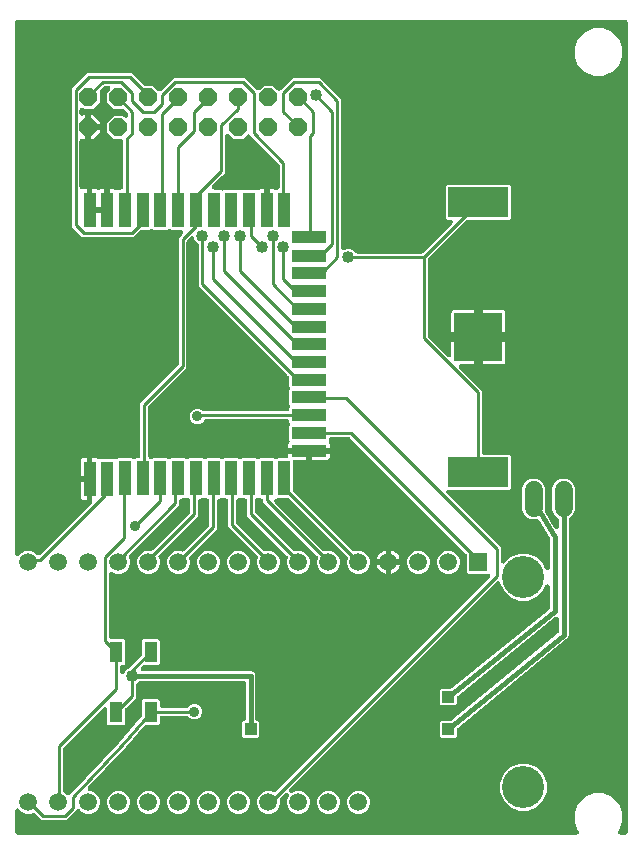
<source format=gbr>
G04 EAGLE Gerber RS-274X export*
G75*
%MOMM*%
%FSLAX34Y34*%
%LPD*%
%INTop Copper*%
%IPPOS*%
%AMOC8*
5,1,8,0,0,1.08239X$1,22.5*%
G01*
%ADD10R,1.000000X3.000000*%
%ADD11R,3.000000X1.000000*%
%ADD12P,1.649562X8X22.500000*%
%ADD13R,1.117600X1.752600*%
%ADD14R,4.064000X4.064000*%
%ADD15R,5.080000X2.540000*%
%ADD16C,3.556000*%
%ADD17R,1.508000X1.508000*%
%ADD18C,1.508000*%
%ADD19C,1.524000*%
%ADD20C,0.254000*%
%ADD21C,0.906400*%
%ADD22C,1.016000*%
%ADD23C,0.406400*%
%ADD24R,1.006400X1.006400*%

G36*
X590925Y23370D02*
X590925Y23370D01*
X590934Y23369D01*
X591125Y23390D01*
X591316Y23409D01*
X591325Y23411D01*
X591334Y23412D01*
X591517Y23470D01*
X591701Y23527D01*
X591709Y23531D01*
X591718Y23534D01*
X591886Y23627D01*
X592055Y23719D01*
X592062Y23724D01*
X592070Y23729D01*
X592218Y23854D01*
X592365Y23976D01*
X592370Y23983D01*
X592377Y23989D01*
X592497Y24140D01*
X592617Y24290D01*
X592621Y24298D01*
X592627Y24305D01*
X592714Y24478D01*
X592802Y24647D01*
X592805Y24656D01*
X592809Y24664D01*
X592861Y24851D01*
X592914Y25034D01*
X592915Y25043D01*
X592917Y25052D01*
X592931Y25243D01*
X592947Y25436D01*
X592946Y25445D01*
X592946Y25454D01*
X592922Y25644D01*
X592900Y25835D01*
X592897Y25844D01*
X592896Y25853D01*
X592835Y26035D01*
X592775Y26218D01*
X592771Y26226D01*
X592768Y26235D01*
X592672Y26401D01*
X592577Y26569D01*
X592571Y26576D01*
X592567Y26584D01*
X592531Y26625D01*
X589439Y34090D01*
X589439Y42110D01*
X592509Y49520D01*
X598180Y55191D01*
X605590Y58261D01*
X613610Y58261D01*
X621020Y55191D01*
X626691Y49520D01*
X629761Y42110D01*
X629761Y34090D01*
X626662Y26610D01*
X626593Y26525D01*
X626589Y26517D01*
X626583Y26510D01*
X626495Y26339D01*
X626404Y26169D01*
X626402Y26161D01*
X626398Y26153D01*
X626344Y25967D01*
X626289Y25783D01*
X626289Y25775D01*
X626286Y25766D01*
X626270Y25574D01*
X626253Y25382D01*
X626254Y25373D01*
X626253Y25364D01*
X626276Y25174D01*
X626296Y24982D01*
X626299Y24974D01*
X626300Y24965D01*
X626360Y24782D01*
X626418Y24598D01*
X626422Y24590D01*
X626425Y24582D01*
X626519Y24415D01*
X626613Y24246D01*
X626618Y24239D01*
X626623Y24231D01*
X626748Y24086D01*
X626873Y23939D01*
X626880Y23933D01*
X626886Y23927D01*
X627037Y23810D01*
X627189Y23689D01*
X627197Y23685D01*
X627204Y23680D01*
X627376Y23594D01*
X627548Y23507D01*
X627557Y23505D01*
X627565Y23500D01*
X627752Y23450D01*
X627936Y23399D01*
X627945Y23398D01*
X627953Y23396D01*
X628284Y23369D01*
X632208Y23369D01*
X632226Y23371D01*
X632244Y23369D01*
X632426Y23390D01*
X632609Y23409D01*
X632626Y23414D01*
X632643Y23416D01*
X632818Y23473D01*
X632994Y23527D01*
X633009Y23535D01*
X633026Y23541D01*
X633186Y23631D01*
X633348Y23719D01*
X633361Y23730D01*
X633377Y23739D01*
X633516Y23859D01*
X633657Y23976D01*
X633668Y23990D01*
X633682Y24002D01*
X633794Y24147D01*
X633909Y24290D01*
X633917Y24306D01*
X633928Y24320D01*
X634010Y24485D01*
X634095Y24647D01*
X634100Y24664D01*
X634108Y24681D01*
X634155Y24859D01*
X634206Y25034D01*
X634208Y25052D01*
X634212Y25069D01*
X634239Y25400D01*
X634239Y711200D01*
X634237Y711218D01*
X634239Y711236D01*
X634218Y711418D01*
X634199Y711601D01*
X634194Y711618D01*
X634192Y711635D01*
X634135Y711810D01*
X634081Y711986D01*
X634073Y712001D01*
X634067Y712018D01*
X633977Y712178D01*
X633889Y712340D01*
X633878Y712353D01*
X633869Y712369D01*
X633749Y712508D01*
X633632Y712649D01*
X633618Y712660D01*
X633606Y712674D01*
X633461Y712786D01*
X633318Y712901D01*
X633302Y712909D01*
X633288Y712920D01*
X633123Y713002D01*
X632961Y713087D01*
X632944Y713092D01*
X632928Y713100D01*
X632749Y713147D01*
X632574Y713198D01*
X632556Y713200D01*
X632539Y713204D01*
X632208Y713231D01*
X117900Y713231D01*
X117882Y713229D01*
X117864Y713231D01*
X117682Y713210D01*
X117499Y713191D01*
X117482Y713186D01*
X117465Y713184D01*
X117290Y713127D01*
X117114Y713073D01*
X117099Y713065D01*
X117082Y713059D01*
X116922Y712969D01*
X116760Y712881D01*
X116747Y712870D01*
X116731Y712861D01*
X116592Y712741D01*
X116451Y712624D01*
X116440Y712610D01*
X116427Y712598D01*
X116314Y712453D01*
X116199Y712310D01*
X116191Y712294D01*
X116180Y712280D01*
X116098Y712115D01*
X116013Y711953D01*
X116008Y711936D01*
X116000Y711920D01*
X115953Y711741D01*
X115902Y711566D01*
X115900Y711548D01*
X115896Y711531D01*
X115869Y711200D01*
X115869Y261311D01*
X115870Y261302D01*
X115869Y261293D01*
X115890Y261101D01*
X115909Y260910D01*
X115911Y260901D01*
X115912Y260892D01*
X115970Y260710D01*
X116027Y260525D01*
X116031Y260517D01*
X116034Y260509D01*
X116127Y260340D01*
X116219Y260171D01*
X116224Y260164D01*
X116229Y260156D01*
X116353Y260009D01*
X116476Y259862D01*
X116483Y259856D01*
X116489Y259849D01*
X116640Y259730D01*
X116790Y259609D01*
X116798Y259605D01*
X116805Y259600D01*
X116978Y259512D01*
X117147Y259424D01*
X117156Y259421D01*
X117164Y259417D01*
X117350Y259365D01*
X117534Y259312D01*
X117543Y259312D01*
X117552Y259309D01*
X117745Y259295D01*
X117936Y259280D01*
X117944Y259281D01*
X117953Y259280D01*
X118146Y259304D01*
X118335Y259326D01*
X118344Y259329D01*
X118353Y259330D01*
X118535Y259392D01*
X118718Y259451D01*
X118726Y259456D01*
X118734Y259459D01*
X118900Y259554D01*
X119069Y259649D01*
X119076Y259655D01*
X119083Y259660D01*
X119336Y259874D01*
X121578Y262115D01*
X124230Y263214D01*
X124231Y263214D01*
X125096Y263573D01*
X128904Y263573D01*
X132422Y262115D01*
X134061Y260477D01*
X134075Y260465D01*
X134087Y260452D01*
X134231Y260338D01*
X134373Y260222D01*
X134388Y260213D01*
X134403Y260202D01*
X134567Y260119D01*
X134728Y260033D01*
X134745Y260028D01*
X134761Y260020D01*
X134939Y259970D01*
X135114Y259918D01*
X135132Y259917D01*
X135149Y259912D01*
X135332Y259898D01*
X135515Y259882D01*
X135533Y259884D01*
X135551Y259882D01*
X135733Y259905D01*
X135916Y259925D01*
X135933Y259931D01*
X135950Y259933D01*
X136124Y259991D01*
X136299Y260047D01*
X136315Y260055D01*
X136332Y260061D01*
X136491Y260152D01*
X136652Y260241D01*
X136665Y260253D01*
X136681Y260262D01*
X136934Y260477D01*
X180604Y304147D01*
X180621Y304168D01*
X180642Y304185D01*
X180749Y304323D01*
X180859Y304459D01*
X180872Y304482D01*
X180888Y304503D01*
X180966Y304660D01*
X181048Y304814D01*
X181056Y304840D01*
X181068Y304864D01*
X181113Y305033D01*
X181163Y305200D01*
X181165Y305227D01*
X181172Y305253D01*
X181199Y305583D01*
X181199Y324032D01*
X181197Y324050D01*
X181199Y324067D01*
X181178Y324249D01*
X181159Y324432D01*
X181154Y324449D01*
X181152Y324467D01*
X181139Y324508D01*
X181166Y324602D01*
X181168Y324620D01*
X181172Y324637D01*
X181199Y324968D01*
X181199Y342041D01*
X184035Y342041D01*
X184681Y341868D01*
X185363Y341474D01*
X185434Y341415D01*
X185450Y341407D01*
X185464Y341396D01*
X185629Y341312D01*
X185790Y341227D01*
X185807Y341221D01*
X185823Y341213D01*
X186001Y341164D01*
X186176Y341112D01*
X186194Y341110D01*
X186211Y341105D01*
X186394Y341092D01*
X186577Y341075D01*
X186595Y341077D01*
X186613Y341076D01*
X186794Y341099D01*
X186977Y341119D01*
X186994Y341124D01*
X187012Y341126D01*
X187185Y341185D01*
X187361Y341240D01*
X187377Y341249D01*
X187394Y341255D01*
X187553Y341346D01*
X187713Y341435D01*
X187727Y341447D01*
X187743Y341456D01*
X187833Y341533D01*
X199543Y341533D01*
X199683Y341422D01*
X199825Y341306D01*
X199841Y341298D01*
X199855Y341287D01*
X200019Y341203D01*
X200181Y341117D01*
X200198Y341112D01*
X200214Y341104D01*
X200391Y341055D01*
X200567Y341003D01*
X200585Y341001D01*
X200602Y340996D01*
X200785Y340983D01*
X200968Y340966D01*
X200986Y340968D01*
X201003Y340967D01*
X201185Y340990D01*
X201368Y341010D01*
X201385Y341015D01*
X201403Y341017D01*
X201576Y341075D01*
X201752Y341131D01*
X201768Y341140D01*
X201784Y341145D01*
X201943Y341237D01*
X202104Y341326D01*
X202118Y341337D01*
X202133Y341346D01*
X202386Y341561D01*
X202858Y342033D01*
X214542Y342033D01*
X214764Y341811D01*
X214778Y341800D01*
X214789Y341786D01*
X214933Y341672D01*
X215075Y341556D01*
X215091Y341548D01*
X215105Y341536D01*
X215269Y341453D01*
X215431Y341367D01*
X215448Y341362D01*
X215464Y341354D01*
X215641Y341305D01*
X215817Y341253D01*
X215835Y341251D01*
X215852Y341246D01*
X216035Y341233D01*
X216218Y341216D01*
X216236Y341218D01*
X216253Y341217D01*
X216435Y341240D01*
X216618Y341260D01*
X216635Y341265D01*
X216653Y341267D01*
X216826Y341325D01*
X217002Y341381D01*
X217018Y341390D01*
X217034Y341395D01*
X217194Y341487D01*
X217354Y341576D01*
X217368Y341587D01*
X217383Y341596D01*
X217636Y341811D01*
X217858Y342033D01*
X219666Y342033D01*
X219684Y342035D01*
X219702Y342033D01*
X219884Y342054D01*
X220067Y342073D01*
X220084Y342078D01*
X220101Y342080D01*
X220276Y342137D01*
X220452Y342191D01*
X220467Y342199D01*
X220484Y342205D01*
X220644Y342295D01*
X220806Y342383D01*
X220819Y342394D01*
X220835Y342403D01*
X220974Y342523D01*
X221115Y342640D01*
X221126Y342654D01*
X221140Y342666D01*
X221252Y342811D01*
X221367Y342954D01*
X221375Y342970D01*
X221386Y342984D01*
X221468Y343149D01*
X221553Y343311D01*
X221558Y343328D01*
X221566Y343344D01*
X221613Y343523D01*
X221664Y343698D01*
X221666Y343716D01*
X221670Y343733D01*
X221697Y344064D01*
X221697Y388868D01*
X253602Y420773D01*
X253619Y420794D01*
X253640Y420811D01*
X253747Y420949D01*
X253857Y421085D01*
X253870Y421108D01*
X253886Y421129D01*
X253964Y421286D01*
X254046Y421440D01*
X254054Y421466D01*
X254066Y421490D01*
X254111Y421659D01*
X254161Y421826D01*
X254163Y421853D01*
X254170Y421879D01*
X254197Y422209D01*
X254197Y528868D01*
X256727Y531398D01*
X257329Y532000D01*
X257335Y532007D01*
X257341Y532012D01*
X257462Y532162D01*
X257584Y532311D01*
X257588Y532319D01*
X257594Y532326D01*
X257682Y532496D01*
X257773Y532667D01*
X257775Y532676D01*
X257779Y532683D01*
X257832Y532867D01*
X257887Y533053D01*
X257888Y533062D01*
X257891Y533070D01*
X257906Y533261D01*
X257924Y533454D01*
X257923Y533463D01*
X257924Y533472D01*
X257901Y533661D01*
X257880Y533854D01*
X257878Y533863D01*
X257877Y533871D01*
X257817Y534054D01*
X257759Y534238D01*
X257755Y534246D01*
X257752Y534254D01*
X257657Y534423D01*
X257564Y534590D01*
X257558Y534597D01*
X257554Y534605D01*
X257428Y534750D01*
X257304Y534897D01*
X257297Y534903D01*
X257291Y534910D01*
X257140Y535027D01*
X256988Y535147D01*
X256980Y535151D01*
X256973Y535156D01*
X256800Y535242D01*
X256629Y535329D01*
X256620Y535332D01*
X256612Y535336D01*
X256424Y535386D01*
X256241Y535437D01*
X256232Y535438D01*
X256223Y535440D01*
X255893Y535467D01*
X247858Y535467D01*
X247636Y535689D01*
X247623Y535700D01*
X247611Y535714D01*
X247467Y535827D01*
X247325Y535944D01*
X247309Y535952D01*
X247295Y535963D01*
X247132Y536046D01*
X246969Y536133D01*
X246952Y536138D01*
X246936Y536146D01*
X246759Y536195D01*
X246583Y536247D01*
X246565Y536249D01*
X246548Y536254D01*
X246365Y536267D01*
X246182Y536284D01*
X246164Y536282D01*
X246147Y536283D01*
X245965Y536260D01*
X245782Y536240D01*
X245765Y536235D01*
X245747Y536233D01*
X245573Y536174D01*
X245398Y536119D01*
X245383Y536110D01*
X245366Y536105D01*
X245206Y536013D01*
X245046Y535924D01*
X245032Y535913D01*
X245017Y535904D01*
X244764Y535689D01*
X244542Y535467D01*
X232858Y535467D01*
X232636Y535689D01*
X232623Y535700D01*
X232611Y535714D01*
X232467Y535827D01*
X232325Y535944D01*
X232309Y535952D01*
X232295Y535963D01*
X232132Y536046D01*
X231969Y536133D01*
X231952Y536138D01*
X231936Y536146D01*
X231759Y536195D01*
X231583Y536247D01*
X231565Y536249D01*
X231548Y536254D01*
X231365Y536267D01*
X231182Y536284D01*
X231164Y536282D01*
X231147Y536283D01*
X230965Y536260D01*
X230782Y536240D01*
X230765Y536235D01*
X230747Y536233D01*
X230573Y536174D01*
X230398Y536119D01*
X230383Y536110D01*
X230366Y536105D01*
X230206Y536013D01*
X230046Y535924D01*
X230032Y535913D01*
X230017Y535904D01*
X229764Y535689D01*
X229542Y535467D01*
X223225Y535467D01*
X223199Y535465D01*
X223172Y535467D01*
X222998Y535445D01*
X222825Y535427D01*
X222799Y535420D01*
X222773Y535416D01*
X222607Y535361D01*
X222440Y535309D01*
X222416Y535296D01*
X222391Y535288D01*
X222239Y535201D01*
X222086Y535117D01*
X222065Y535100D01*
X222042Y535087D01*
X221789Y534872D01*
X216252Y529335D01*
X172368Y529335D01*
X163575Y538128D01*
X163575Y655164D01*
X176940Y668529D01*
X213966Y668529D01*
X224547Y657948D01*
X224568Y657931D01*
X224585Y657910D01*
X224723Y657803D01*
X224859Y657693D01*
X224882Y657680D01*
X224903Y657664D01*
X225060Y657586D01*
X225214Y657504D01*
X225240Y657496D01*
X225264Y657484D01*
X225433Y657439D01*
X225600Y657389D01*
X225627Y657387D01*
X225653Y657380D01*
X225983Y657353D01*
X232598Y657353D01*
X236607Y653344D01*
X236621Y653333D01*
X236632Y653319D01*
X236776Y653205D01*
X236918Y653089D01*
X236934Y653081D01*
X236948Y653070D01*
X237113Y652986D01*
X237274Y652901D01*
X237291Y652895D01*
X237307Y652887D01*
X237485Y652838D01*
X237660Y652786D01*
X237678Y652784D01*
X237695Y652779D01*
X237878Y652766D01*
X238061Y652749D01*
X238079Y652751D01*
X238096Y652750D01*
X238278Y652773D01*
X238461Y652793D01*
X238478Y652798D01*
X238496Y652800D01*
X238670Y652859D01*
X238845Y652914D01*
X238861Y652923D01*
X238878Y652929D01*
X239037Y653020D01*
X239197Y653109D01*
X239211Y653121D01*
X239226Y653130D01*
X239479Y653344D01*
X250092Y663957D01*
X309978Y663957D01*
X319956Y653979D01*
X319969Y653968D01*
X319981Y653954D01*
X320125Y653841D01*
X320267Y653724D01*
X320283Y653716D01*
X320297Y653705D01*
X320461Y653621D01*
X320623Y653536D01*
X320640Y653530D01*
X320656Y653522D01*
X320833Y653473D01*
X321009Y653421D01*
X321026Y653419D01*
X321044Y653414D01*
X321227Y653401D01*
X321410Y653384D01*
X321427Y653386D01*
X321445Y653385D01*
X321627Y653408D01*
X321810Y653428D01*
X321827Y653433D01*
X321845Y653435D01*
X322018Y653494D01*
X322194Y653549D01*
X322209Y653558D01*
X322226Y653564D01*
X322386Y653655D01*
X322546Y653744D01*
X322560Y653756D01*
X322575Y653765D01*
X322828Y653979D01*
X326202Y657353D01*
X334198Y657353D01*
X337699Y653852D01*
X337713Y653841D01*
X337724Y653827D01*
X337868Y653713D01*
X338010Y653597D01*
X338026Y653589D01*
X338040Y653578D01*
X338204Y653494D01*
X338366Y653409D01*
X338383Y653403D01*
X338399Y653395D01*
X338576Y653346D01*
X338752Y653294D01*
X338770Y653292D01*
X338787Y653287D01*
X338970Y653274D01*
X339153Y653257D01*
X339171Y653259D01*
X339188Y653258D01*
X339370Y653281D01*
X339553Y653301D01*
X339570Y653306D01*
X339588Y653308D01*
X339761Y653367D01*
X339937Y653422D01*
X339953Y653431D01*
X339970Y653437D01*
X340129Y653528D01*
X340289Y653617D01*
X340303Y653629D01*
X340318Y653638D01*
X340571Y653852D01*
X350676Y663957D01*
X373986Y663957D01*
X391923Y646020D01*
X391923Y520383D01*
X391924Y520370D01*
X391923Y520357D01*
X391944Y520170D01*
X391963Y519983D01*
X391967Y519970D01*
X391968Y519956D01*
X392025Y519778D01*
X392081Y519598D01*
X392087Y519586D01*
X392091Y519573D01*
X392183Y519409D01*
X392273Y519244D01*
X392281Y519233D01*
X392288Y519222D01*
X392410Y519078D01*
X392530Y518934D01*
X392541Y518926D01*
X392549Y518916D01*
X392698Y518799D01*
X392844Y518682D01*
X392856Y518676D01*
X392866Y518668D01*
X393036Y518583D01*
X393201Y518497D01*
X393214Y518493D01*
X393226Y518487D01*
X393409Y518437D01*
X393588Y518385D01*
X393602Y518384D01*
X393615Y518381D01*
X393803Y518368D01*
X393990Y518352D01*
X394003Y518354D01*
X394016Y518353D01*
X394204Y518377D01*
X394389Y518399D01*
X394402Y518403D01*
X394415Y518405D01*
X394731Y518507D01*
X396349Y519177D01*
X399179Y519177D01*
X401793Y518094D01*
X403925Y515962D01*
X403946Y515945D01*
X403963Y515924D01*
X404101Y515817D01*
X404237Y515707D01*
X404260Y515694D01*
X404282Y515678D01*
X404438Y515600D01*
X404592Y515518D01*
X404618Y515510D01*
X404642Y515498D01*
X404811Y515453D01*
X404978Y515403D01*
X405005Y515401D01*
X405031Y515394D01*
X405362Y515367D01*
X459563Y515367D01*
X459589Y515369D01*
X459616Y515367D01*
X459790Y515389D01*
X459963Y515407D01*
X459989Y515414D01*
X460015Y515418D01*
X460181Y515473D01*
X460348Y515525D01*
X460372Y515538D01*
X460397Y515546D01*
X460549Y515633D01*
X460702Y515717D01*
X460723Y515734D01*
X460746Y515747D01*
X460999Y515962D01*
X485637Y540600D01*
X485643Y540607D01*
X485649Y540612D01*
X485770Y540762D01*
X485892Y540911D01*
X485896Y540919D01*
X485902Y540926D01*
X485991Y541097D01*
X486081Y541267D01*
X486083Y541275D01*
X486087Y541283D01*
X486141Y541469D01*
X486195Y541653D01*
X486196Y541662D01*
X486199Y541670D01*
X486214Y541862D01*
X486232Y542054D01*
X486231Y542063D01*
X486232Y542072D01*
X486210Y542259D01*
X486188Y542454D01*
X486186Y542463D01*
X486185Y542471D01*
X486125Y542653D01*
X486067Y542838D01*
X486063Y542846D01*
X486060Y542854D01*
X485965Y543023D01*
X485872Y543190D01*
X485866Y543197D01*
X485862Y543205D01*
X485736Y543351D01*
X485612Y543497D01*
X485605Y543503D01*
X485599Y543510D01*
X485447Y543627D01*
X485296Y543747D01*
X485288Y543751D01*
X485281Y543756D01*
X485109Y543842D01*
X484937Y543929D01*
X484928Y543932D01*
X484920Y543936D01*
X484734Y543986D01*
X484549Y544037D01*
X484540Y544038D01*
X484531Y544040D01*
X484201Y544067D01*
X481758Y544067D01*
X480567Y545258D01*
X480567Y572342D01*
X481758Y573533D01*
X534242Y573533D01*
X535433Y572342D01*
X535433Y545258D01*
X534242Y544067D01*
X499287Y544067D01*
X499261Y544065D01*
X499234Y544067D01*
X499060Y544045D01*
X498887Y544027D01*
X498861Y544020D01*
X498835Y544016D01*
X498669Y543961D01*
X498502Y543909D01*
X498478Y543896D01*
X498453Y543888D01*
X498301Y543801D01*
X498148Y543717D01*
X498127Y543700D01*
X498104Y543687D01*
X497851Y543472D01*
X465670Y511291D01*
X465653Y511270D01*
X465632Y511253D01*
X465525Y511115D01*
X465415Y510979D01*
X465402Y510956D01*
X465386Y510935D01*
X465308Y510778D01*
X465226Y510624D01*
X465218Y510598D01*
X465206Y510574D01*
X465161Y510405D01*
X465111Y510238D01*
X465109Y510211D01*
X465102Y510185D01*
X465075Y509855D01*
X465075Y445693D01*
X465077Y445667D01*
X465075Y445640D01*
X465097Y445466D01*
X465115Y445293D01*
X465122Y445267D01*
X465126Y445241D01*
X465181Y445075D01*
X465233Y444908D01*
X465246Y444884D01*
X465254Y444859D01*
X465341Y444707D01*
X465425Y444554D01*
X465442Y444533D01*
X465455Y444510D01*
X465670Y444257D01*
X481672Y428255D01*
X481679Y428249D01*
X481684Y428243D01*
X481834Y428122D01*
X481983Y428000D01*
X481991Y427996D01*
X481998Y427990D01*
X482168Y427902D01*
X482339Y427811D01*
X482348Y427809D01*
X482355Y427805D01*
X482540Y427752D01*
X482725Y427697D01*
X482734Y427696D01*
X482742Y427693D01*
X482934Y427678D01*
X483126Y427660D01*
X483135Y427661D01*
X483144Y427660D01*
X483333Y427683D01*
X483526Y427704D01*
X483535Y427706D01*
X483543Y427707D01*
X483725Y427767D01*
X483910Y427825D01*
X483918Y427829D01*
X483926Y427832D01*
X484095Y427927D01*
X484262Y428020D01*
X484269Y428026D01*
X484277Y428030D01*
X484423Y428156D01*
X484569Y428280D01*
X484575Y428287D01*
X484582Y428293D01*
X484699Y428445D01*
X484819Y428596D01*
X484823Y428604D01*
X484828Y428611D01*
X484914Y428783D01*
X485001Y428955D01*
X485004Y428964D01*
X485008Y428972D01*
X485058Y429158D01*
X485109Y429343D01*
X485110Y429352D01*
X485112Y429361D01*
X485139Y429691D01*
X485139Y440437D01*
X503937Y440437D01*
X503937Y421639D01*
X493191Y421639D01*
X493183Y421638D01*
X493174Y421639D01*
X492980Y421618D01*
X492791Y421599D01*
X492782Y421597D01*
X492773Y421596D01*
X492588Y421537D01*
X492406Y421481D01*
X492398Y421477D01*
X492389Y421474D01*
X492220Y421381D01*
X492052Y421289D01*
X492045Y421284D01*
X492037Y421279D01*
X491890Y421155D01*
X491743Y421032D01*
X491737Y421025D01*
X491730Y421019D01*
X491610Y420867D01*
X491490Y420718D01*
X491486Y420710D01*
X491481Y420703D01*
X491393Y420530D01*
X491305Y420361D01*
X491302Y420352D01*
X491298Y420344D01*
X491246Y420158D01*
X491193Y419974D01*
X491193Y419965D01*
X491190Y419956D01*
X491176Y419763D01*
X491160Y419572D01*
X491161Y419564D01*
X491161Y419555D01*
X491185Y419362D01*
X491207Y419173D01*
X491210Y419164D01*
X491211Y419155D01*
X491273Y418972D01*
X491332Y418790D01*
X491337Y418782D01*
X491339Y418774D01*
X491436Y418607D01*
X491530Y418439D01*
X491536Y418432D01*
X491540Y418425D01*
X491755Y418172D01*
X510795Y399132D01*
X510795Y346964D01*
X510797Y346946D01*
X510795Y346928D01*
X510816Y346746D01*
X510835Y346563D01*
X510840Y346546D01*
X510842Y346529D01*
X510899Y346354D01*
X510953Y346178D01*
X510961Y346163D01*
X510967Y346146D01*
X511057Y345986D01*
X511145Y345824D01*
X511156Y345811D01*
X511165Y345795D01*
X511285Y345656D01*
X511402Y345515D01*
X511416Y345504D01*
X511428Y345490D01*
X511573Y345378D01*
X511716Y345263D01*
X511732Y345255D01*
X511746Y345244D01*
X511911Y345162D01*
X512073Y345077D01*
X512090Y345072D01*
X512106Y345064D01*
X512285Y345017D01*
X512460Y344966D01*
X512478Y344964D01*
X512495Y344960D01*
X512826Y344933D01*
X534242Y344933D01*
X535433Y343742D01*
X535433Y316658D01*
X534242Y315467D01*
X482777Y315467D01*
X482769Y315466D01*
X482760Y315467D01*
X482566Y315446D01*
X482377Y315427D01*
X482368Y315425D01*
X482359Y315424D01*
X482175Y315365D01*
X481992Y315309D01*
X481984Y315305D01*
X481975Y315302D01*
X481807Y315209D01*
X481638Y315117D01*
X481631Y315112D01*
X481623Y315107D01*
X481476Y314983D01*
X481329Y314860D01*
X481323Y314853D01*
X481316Y314847D01*
X481196Y314695D01*
X481076Y314546D01*
X481072Y314538D01*
X481067Y314531D01*
X480979Y314358D01*
X480891Y314189D01*
X480888Y314180D01*
X480884Y314172D01*
X480832Y313985D01*
X480779Y313802D01*
X480779Y313793D01*
X480776Y313784D01*
X480762Y313591D01*
X480746Y313400D01*
X480747Y313392D01*
X480747Y313383D01*
X480771Y313190D01*
X480793Y313001D01*
X480796Y312992D01*
X480797Y312983D01*
X480858Y312801D01*
X480918Y312618D01*
X480923Y312610D01*
X480925Y312602D01*
X481022Y312435D01*
X481116Y312267D01*
X481122Y312260D01*
X481126Y312253D01*
X481341Y312000D01*
X524267Y269074D01*
X526797Y266544D01*
X526797Y254920D01*
X526798Y254911D01*
X526797Y254902D01*
X526797Y254898D01*
X526797Y254896D01*
X526803Y254844D01*
X526818Y254710D01*
X526837Y254519D01*
X526839Y254511D01*
X526840Y254502D01*
X526898Y254320D01*
X526955Y254135D01*
X526959Y254127D01*
X526962Y254118D01*
X527055Y253950D01*
X527147Y253780D01*
X527152Y253774D01*
X527157Y253766D01*
X527281Y253619D01*
X527404Y253471D01*
X527411Y253466D01*
X527417Y253459D01*
X527568Y253340D01*
X527718Y253219D01*
X527726Y253215D01*
X527733Y253209D01*
X527906Y253121D01*
X528075Y253033D01*
X528084Y253031D01*
X528092Y253027D01*
X528278Y252975D01*
X528462Y252922D01*
X528471Y252921D01*
X528480Y252919D01*
X528673Y252905D01*
X528864Y252889D01*
X528872Y252890D01*
X528881Y252889D01*
X529074Y252914D01*
X529263Y252936D01*
X529272Y252939D01*
X529281Y252940D01*
X529464Y253001D01*
X529646Y253061D01*
X529654Y253065D01*
X529662Y253068D01*
X529829Y253164D01*
X529997Y253259D01*
X530004Y253265D01*
X530011Y253269D01*
X530264Y253484D01*
X534877Y258096D01*
X542159Y261113D01*
X550041Y261113D01*
X557323Y258096D01*
X562896Y252523D01*
X564527Y248586D01*
X564529Y248582D01*
X564531Y248577D01*
X564624Y248405D01*
X564718Y248231D01*
X564720Y248227D01*
X564723Y248223D01*
X564847Y248075D01*
X564974Y247920D01*
X564977Y247917D01*
X564980Y247914D01*
X565136Y247789D01*
X565287Y247667D01*
X565291Y247665D01*
X565294Y247662D01*
X565469Y247571D01*
X565643Y247480D01*
X565647Y247478D01*
X565651Y247476D01*
X565841Y247422D01*
X566030Y247366D01*
X566034Y247366D01*
X566038Y247365D01*
X566236Y247349D01*
X566431Y247332D01*
X566435Y247332D01*
X566440Y247332D01*
X566637Y247355D01*
X566831Y247377D01*
X566835Y247378D01*
X566839Y247379D01*
X567028Y247440D01*
X567214Y247500D01*
X567218Y247502D01*
X567222Y247504D01*
X567395Y247601D01*
X567566Y247696D01*
X567569Y247699D01*
X567573Y247702D01*
X567722Y247830D01*
X567871Y247958D01*
X567874Y247962D01*
X567878Y247965D01*
X567997Y248119D01*
X568120Y248275D01*
X568122Y248279D01*
X568124Y248283D01*
X568212Y248459D01*
X568300Y248635D01*
X568302Y248639D01*
X568304Y248643D01*
X568355Y248836D01*
X568407Y249023D01*
X568407Y249028D01*
X568408Y249032D01*
X568435Y249363D01*
X568435Y273336D01*
X568418Y273509D01*
X568406Y273681D01*
X568398Y273708D01*
X568395Y273736D01*
X568344Y273902D01*
X568298Y274069D01*
X568285Y274097D01*
X568277Y274121D01*
X568237Y274195D01*
X568153Y274368D01*
X559285Y289399D01*
X559240Y289461D01*
X559202Y289528D01*
X559121Y289623D01*
X559047Y289724D01*
X558990Y289776D01*
X558940Y289834D01*
X558842Y289911D01*
X558750Y289995D01*
X558684Y290035D01*
X558623Y290082D01*
X558512Y290138D01*
X558405Y290202D01*
X558332Y290228D01*
X558264Y290263D01*
X558143Y290296D01*
X558026Y290338D01*
X557949Y290349D01*
X557875Y290369D01*
X557751Y290378D01*
X557627Y290396D01*
X557550Y290392D01*
X557474Y290397D01*
X557350Y290381D01*
X557225Y290374D01*
X557151Y290355D01*
X557074Y290345D01*
X556920Y290295D01*
X556836Y290273D01*
X556803Y290257D01*
X556758Y290243D01*
X556720Y290227D01*
X552880Y290227D01*
X549332Y291697D01*
X546617Y294412D01*
X545147Y297960D01*
X545147Y317040D01*
X546617Y320588D01*
X549332Y323303D01*
X551381Y324152D01*
X552880Y324773D01*
X556720Y324773D01*
X560268Y323303D01*
X562983Y320588D01*
X564453Y317040D01*
X564453Y297907D01*
X564416Y297798D01*
X564412Y297766D01*
X564403Y297735D01*
X564387Y297566D01*
X564365Y297399D01*
X564368Y297366D01*
X564364Y297334D01*
X564382Y297165D01*
X564394Y296997D01*
X564403Y296966D01*
X564406Y296934D01*
X564456Y296772D01*
X564502Y296609D01*
X564517Y296576D01*
X564526Y296549D01*
X564567Y296474D01*
X564646Y296311D01*
X572355Y283246D01*
X572392Y283194D01*
X572423Y283138D01*
X572511Y283032D01*
X572593Y282921D01*
X572640Y282878D01*
X572680Y282829D01*
X572788Y282743D01*
X572890Y282649D01*
X572945Y282616D01*
X572994Y282577D01*
X573116Y282513D01*
X573235Y282442D01*
X573295Y282420D01*
X573351Y282391D01*
X573484Y282353D01*
X573614Y282306D01*
X573677Y282297D01*
X573738Y282280D01*
X573876Y282268D01*
X574012Y282249D01*
X574076Y282252D01*
X574140Y282247D01*
X574277Y282263D01*
X574415Y282270D01*
X574476Y282286D01*
X574539Y282294D01*
X574671Y282337D01*
X574804Y282371D01*
X574862Y282399D01*
X574922Y282419D01*
X575042Y282486D01*
X575167Y282547D01*
X575217Y282585D01*
X575273Y282616D01*
X575377Y282707D01*
X575487Y282790D01*
X575529Y282838D01*
X575578Y282880D01*
X575662Y282989D01*
X575753Y283092D01*
X575785Y283147D01*
X575824Y283198D01*
X575886Y283321D01*
X575955Y283441D01*
X575975Y283501D01*
X576004Y283558D01*
X576040Y283692D01*
X576084Y283822D01*
X576092Y283885D01*
X576108Y283947D01*
X576124Y284138D01*
X576134Y284222D01*
X576133Y284247D01*
X576135Y284278D01*
X576135Y289758D01*
X576133Y289781D01*
X576135Y289803D01*
X576113Y289980D01*
X576095Y290159D01*
X576089Y290180D01*
X576086Y290203D01*
X576030Y290372D01*
X575977Y290544D01*
X575967Y290564D01*
X575960Y290585D01*
X575871Y290740D01*
X575785Y290898D01*
X575771Y290915D01*
X575760Y290934D01*
X575643Y291069D01*
X575528Y291207D01*
X575510Y291221D01*
X575496Y291238D01*
X575354Y291347D01*
X575214Y291460D01*
X575194Y291470D01*
X575176Y291483D01*
X574881Y291635D01*
X574732Y291697D01*
X572017Y294412D01*
X570547Y297960D01*
X570547Y317040D01*
X572017Y320588D01*
X574732Y323303D01*
X576781Y324152D01*
X578280Y324773D01*
X582120Y324773D01*
X585668Y323303D01*
X588383Y320588D01*
X589853Y317040D01*
X589853Y297960D01*
X588383Y294412D01*
X585668Y291697D01*
X585519Y291635D01*
X585499Y291625D01*
X585478Y291618D01*
X585321Y291529D01*
X585164Y291445D01*
X585147Y291431D01*
X585127Y291420D01*
X584992Y291303D01*
X584853Y291188D01*
X584839Y291171D01*
X584822Y291157D01*
X584713Y291015D01*
X584600Y290876D01*
X584589Y290856D01*
X584576Y290838D01*
X584496Y290678D01*
X584413Y290519D01*
X584406Y290498D01*
X584396Y290478D01*
X584350Y290305D01*
X584300Y290133D01*
X584298Y290111D01*
X584292Y290089D01*
X584265Y289758D01*
X584265Y193401D01*
X584278Y193269D01*
X584282Y193138D01*
X584299Y193059D01*
X584305Y193000D01*
X584327Y192927D01*
X584327Y192926D01*
X584275Y192398D01*
X584275Y192319D01*
X584265Y192197D01*
X584265Y191660D01*
X584262Y191650D01*
X584215Y191527D01*
X584201Y191448D01*
X584184Y191391D01*
X584176Y191315D01*
X584176Y191314D01*
X583926Y190847D01*
X583895Y190773D01*
X583839Y190665D01*
X583634Y190168D01*
X583628Y190161D01*
X583537Y190065D01*
X583493Y189997D01*
X583456Y189951D01*
X583420Y189884D01*
X583420Y189883D01*
X583009Y189547D01*
X582953Y189491D01*
X582860Y189412D01*
X582480Y189032D01*
X582472Y189027D01*
X582351Y188973D01*
X582285Y188927D01*
X582233Y188899D01*
X582174Y188850D01*
X582078Y188784D01*
X490309Y113641D01*
X490219Y113551D01*
X490122Y113467D01*
X490077Y113409D01*
X490024Y113356D01*
X489954Y113250D01*
X489876Y113149D01*
X489843Y113083D01*
X489801Y113021D01*
X489753Y112903D01*
X489696Y112789D01*
X489677Y112717D01*
X489649Y112648D01*
X489625Y112523D01*
X489592Y112400D01*
X489585Y112314D01*
X489573Y112253D01*
X489574Y112179D01*
X489565Y112069D01*
X489565Y106626D01*
X488374Y105435D01*
X476626Y105435D01*
X475435Y106626D01*
X475435Y118374D01*
X476626Y119565D01*
X483986Y119565D01*
X484113Y119577D01*
X484241Y119581D01*
X484313Y119597D01*
X484387Y119605D01*
X484509Y119642D01*
X484633Y119670D01*
X484701Y119701D01*
X484772Y119723D01*
X484884Y119783D01*
X485000Y119836D01*
X485071Y119885D01*
X485126Y119915D01*
X485183Y119962D01*
X485273Y120024D01*
X575391Y193816D01*
X575481Y193906D01*
X575578Y193989D01*
X575623Y194048D01*
X575676Y194100D01*
X575746Y194207D01*
X575824Y194307D01*
X575857Y194374D01*
X575899Y194436D01*
X575947Y194554D01*
X576004Y194668D01*
X576023Y194740D01*
X576051Y194808D01*
X576075Y194933D01*
X576108Y195057D01*
X576115Y195143D01*
X576127Y195204D01*
X576126Y195278D01*
X576135Y195387D01*
X576135Y205964D01*
X576125Y206065D01*
X576125Y206167D01*
X576105Y206265D01*
X576095Y206365D01*
X576066Y206462D01*
X576045Y206562D01*
X576007Y206654D01*
X575977Y206750D01*
X575929Y206839D01*
X575889Y206933D01*
X575833Y207016D01*
X575785Y207104D01*
X575721Y207182D01*
X575663Y207266D01*
X575592Y207336D01*
X575528Y207413D01*
X575448Y207477D01*
X575376Y207548D01*
X575292Y207603D01*
X575214Y207665D01*
X575124Y207712D01*
X575039Y207768D01*
X574945Y207805D01*
X574857Y207851D01*
X574759Y207879D01*
X574665Y207917D01*
X574566Y207935D01*
X574470Y207962D01*
X574368Y207971D01*
X574268Y207989D01*
X574168Y207987D01*
X574068Y207995D01*
X573968Y207983D01*
X573866Y207982D01*
X573768Y207960D01*
X573669Y207948D01*
X573572Y207917D01*
X573473Y207895D01*
X573381Y207855D01*
X573286Y207823D01*
X573197Y207773D01*
X573104Y207732D01*
X573004Y207664D01*
X572935Y207626D01*
X572893Y207589D01*
X572830Y207546D01*
X490322Y141081D01*
X490225Y140986D01*
X490122Y140898D01*
X490082Y140845D01*
X490035Y140799D01*
X489959Y140687D01*
X489876Y140579D01*
X489846Y140520D01*
X489809Y140465D01*
X489757Y140340D01*
X489696Y140219D01*
X489679Y140155D01*
X489654Y140094D01*
X489627Y139961D01*
X489592Y139830D01*
X489586Y139754D01*
X489575Y139699D01*
X489575Y139620D01*
X489565Y139499D01*
X489565Y134126D01*
X488374Y132935D01*
X476626Y132935D01*
X475435Y134126D01*
X475435Y145874D01*
X476626Y147065D01*
X484074Y147065D01*
X484193Y147077D01*
X484312Y147079D01*
X484393Y147096D01*
X484475Y147105D01*
X484589Y147140D01*
X484706Y147165D01*
X484781Y147199D01*
X484860Y147223D01*
X484965Y147280D01*
X485074Y147328D01*
X485154Y147382D01*
X485214Y147415D01*
X485267Y147459D01*
X485348Y147514D01*
X567678Y213835D01*
X567775Y213930D01*
X567878Y214019D01*
X567918Y214071D01*
X567965Y214118D01*
X568041Y214230D01*
X568124Y214337D01*
X568154Y214396D01*
X568191Y214451D01*
X568243Y214576D01*
X568304Y214698D01*
X568321Y214762D01*
X568346Y214823D01*
X568373Y214956D01*
X568408Y215087D01*
X568414Y215162D01*
X568425Y215217D01*
X568425Y215296D01*
X568435Y215417D01*
X568435Y233237D01*
X568435Y233242D01*
X568435Y233246D01*
X568415Y233440D01*
X568395Y233638D01*
X568394Y233642D01*
X568394Y233646D01*
X568336Y233832D01*
X568277Y234023D01*
X568275Y234027D01*
X568274Y234031D01*
X568180Y234202D01*
X568085Y234377D01*
X568083Y234380D01*
X568080Y234384D01*
X567953Y234536D01*
X567828Y234686D01*
X567824Y234689D01*
X567821Y234692D01*
X567667Y234815D01*
X567514Y234938D01*
X567510Y234940D01*
X567507Y234943D01*
X567332Y235033D01*
X567157Y235124D01*
X567152Y235125D01*
X567148Y235127D01*
X566961Y235180D01*
X566770Y235235D01*
X566765Y235236D01*
X566761Y235237D01*
X566568Y235252D01*
X566368Y235268D01*
X566364Y235268D01*
X566360Y235268D01*
X566167Y235244D01*
X565969Y235221D01*
X565964Y235220D01*
X565960Y235219D01*
X565777Y235159D01*
X565586Y235096D01*
X565582Y235094D01*
X565578Y235093D01*
X565409Y234997D01*
X565235Y234898D01*
X565232Y234896D01*
X565228Y234893D01*
X565079Y234763D01*
X564931Y234635D01*
X564928Y234632D01*
X564924Y234629D01*
X564804Y234472D01*
X564684Y234317D01*
X564682Y234313D01*
X564679Y234310D01*
X564527Y234014D01*
X562896Y230077D01*
X557323Y224504D01*
X556843Y224305D01*
X556842Y224304D01*
X550041Y221487D01*
X542159Y221487D01*
X534877Y224504D01*
X529304Y230077D01*
X526549Y236728D01*
X526542Y236740D01*
X526538Y236753D01*
X526447Y236918D01*
X526358Y237083D01*
X526350Y237093D01*
X526343Y237105D01*
X526222Y237248D01*
X526102Y237393D01*
X526092Y237402D01*
X526083Y237412D01*
X525935Y237529D01*
X525789Y237647D01*
X525778Y237653D01*
X525767Y237661D01*
X525599Y237747D01*
X525433Y237834D01*
X525420Y237838D01*
X525408Y237844D01*
X525226Y237894D01*
X525046Y237947D01*
X525033Y237948D01*
X525020Y237952D01*
X524832Y237966D01*
X524645Y237982D01*
X524632Y237980D01*
X524619Y237981D01*
X524430Y237957D01*
X524245Y237937D01*
X524233Y237932D01*
X524219Y237931D01*
X524041Y237871D01*
X523862Y237813D01*
X523850Y237807D01*
X523838Y237803D01*
X523674Y237709D01*
X523510Y237617D01*
X523500Y237608D01*
X523489Y237602D01*
X523236Y237387D01*
X348157Y62308D01*
X348154Y62305D01*
X348151Y62302D01*
X348027Y62149D01*
X347902Y61997D01*
X347900Y61993D01*
X347897Y61989D01*
X347804Y61812D01*
X347713Y61641D01*
X347712Y61637D01*
X347710Y61633D01*
X347653Y61439D01*
X347599Y61255D01*
X347598Y61251D01*
X347597Y61247D01*
X347580Y61053D01*
X347562Y60854D01*
X347563Y60850D01*
X347562Y60845D01*
X347584Y60655D01*
X347606Y60454D01*
X347607Y60450D01*
X347608Y60445D01*
X347667Y60259D01*
X347727Y60070D01*
X347729Y60066D01*
X347731Y60062D01*
X347828Y59888D01*
X347922Y59718D01*
X347925Y59714D01*
X347927Y59711D01*
X348056Y59560D01*
X348182Y59411D01*
X348186Y59408D01*
X348189Y59405D01*
X348344Y59283D01*
X348498Y59161D01*
X348502Y59159D01*
X348506Y59156D01*
X348681Y59068D01*
X348857Y58979D01*
X348862Y58978D01*
X348866Y58976D01*
X349054Y58924D01*
X349245Y58871D01*
X349250Y58871D01*
X349254Y58869D01*
X349450Y58856D01*
X349647Y58842D01*
X349651Y58842D01*
X349656Y58842D01*
X349851Y58867D01*
X350046Y58892D01*
X350050Y58893D01*
X350055Y58894D01*
X350371Y58995D01*
X353696Y60373D01*
X357504Y60373D01*
X361023Y58915D01*
X363715Y56223D01*
X365173Y52704D01*
X365173Y48896D01*
X363715Y45377D01*
X361023Y42685D01*
X357504Y41227D01*
X353696Y41227D01*
X350177Y42685D01*
X347485Y45377D01*
X346027Y48896D01*
X346027Y52704D01*
X347405Y56029D01*
X347406Y56033D01*
X347408Y56037D01*
X347465Y56228D01*
X347521Y56415D01*
X347521Y56419D01*
X347523Y56423D01*
X347541Y56621D01*
X347559Y56815D01*
X347559Y56820D01*
X347559Y56824D01*
X347538Y57023D01*
X347517Y57216D01*
X347516Y57220D01*
X347516Y57225D01*
X347456Y57412D01*
X347398Y57600D01*
X347396Y57604D01*
X347394Y57608D01*
X347298Y57782D01*
X347204Y57953D01*
X347202Y57957D01*
X347199Y57961D01*
X347072Y58110D01*
X346945Y58262D01*
X346942Y58264D01*
X346939Y58268D01*
X346785Y58389D01*
X346630Y58513D01*
X346626Y58515D01*
X346623Y58517D01*
X346446Y58607D01*
X346272Y58696D01*
X346268Y58698D01*
X346264Y58700D01*
X346071Y58753D01*
X345885Y58806D01*
X345881Y58807D01*
X345876Y58808D01*
X345674Y58822D01*
X345483Y58837D01*
X345479Y58837D01*
X345475Y58837D01*
X345273Y58812D01*
X345084Y58789D01*
X345080Y58787D01*
X345075Y58787D01*
X344887Y58724D01*
X344702Y58662D01*
X344698Y58660D01*
X344693Y58658D01*
X344523Y58560D01*
X344352Y58463D01*
X344349Y58460D01*
X344345Y58458D01*
X344092Y58243D01*
X340368Y54519D01*
X340351Y54498D01*
X340330Y54481D01*
X340224Y54343D01*
X340113Y54207D01*
X340100Y54184D01*
X340084Y54163D01*
X340006Y54007D01*
X339924Y53852D01*
X339916Y53826D01*
X339904Y53802D01*
X339859Y53633D01*
X339809Y53466D01*
X339807Y53439D01*
X339800Y53413D01*
X339773Y53083D01*
X339773Y48896D01*
X338315Y45377D01*
X335623Y42685D01*
X332104Y41227D01*
X328296Y41227D01*
X324777Y42685D01*
X322085Y45377D01*
X320627Y48896D01*
X320627Y52704D01*
X322085Y56223D01*
X324777Y58915D01*
X328296Y60373D01*
X332104Y60373D01*
X334227Y59493D01*
X334249Y59487D01*
X334268Y59477D01*
X334441Y59429D01*
X334613Y59377D01*
X334635Y59375D01*
X334656Y59369D01*
X334836Y59356D01*
X335013Y59339D01*
X335035Y59341D01*
X335058Y59339D01*
X335236Y59362D01*
X335414Y59380D01*
X335435Y59387D01*
X335457Y59390D01*
X335627Y59447D01*
X335798Y59500D01*
X335818Y59511D01*
X335839Y59518D01*
X335995Y59608D01*
X336151Y59693D01*
X336168Y59708D01*
X336188Y59719D01*
X336441Y59934D01*
X517467Y240960D01*
X517473Y240967D01*
X517479Y240972D01*
X517600Y241122D01*
X517722Y241271D01*
X517726Y241279D01*
X517732Y241286D01*
X517821Y241457D01*
X517911Y241627D01*
X517913Y241635D01*
X517917Y241643D01*
X517971Y241829D01*
X518025Y242013D01*
X518026Y242022D01*
X518029Y242030D01*
X518044Y242222D01*
X518062Y242414D01*
X518061Y242423D01*
X518062Y242432D01*
X518039Y242621D01*
X518018Y242814D01*
X518016Y242823D01*
X518015Y242831D01*
X517955Y243013D01*
X517897Y243198D01*
X517893Y243206D01*
X517890Y243214D01*
X517795Y243383D01*
X517702Y243550D01*
X517696Y243557D01*
X517692Y243565D01*
X517566Y243711D01*
X517442Y243857D01*
X517435Y243863D01*
X517429Y243870D01*
X517277Y243987D01*
X517126Y244107D01*
X517118Y244111D01*
X517111Y244116D01*
X516939Y244202D01*
X516767Y244289D01*
X516758Y244292D01*
X516750Y244296D01*
X516564Y244346D01*
X516379Y244397D01*
X516370Y244398D01*
X516361Y244400D01*
X516031Y244427D01*
X499618Y244427D01*
X498427Y245618D01*
X498427Y259585D01*
X498425Y259611D01*
X498427Y259638D01*
X498405Y259812D01*
X498387Y259985D01*
X498380Y260011D01*
X498376Y260037D01*
X498321Y260202D01*
X498269Y260370D01*
X498256Y260394D01*
X498248Y260419D01*
X498161Y260571D01*
X498077Y260724D01*
X498060Y260745D01*
X498047Y260768D01*
X497832Y261021D01*
X399277Y359576D01*
X399256Y359593D01*
X399239Y359614D01*
X399101Y359721D01*
X398965Y359831D01*
X398942Y359844D01*
X398921Y359860D01*
X398764Y359938D01*
X398610Y360020D01*
X398584Y360028D01*
X398560Y360040D01*
X398391Y360085D01*
X398224Y360135D01*
X398197Y360137D01*
X398171Y360144D01*
X397841Y360171D01*
X383764Y360171D01*
X383746Y360169D01*
X383728Y360171D01*
X383546Y360150D01*
X383363Y360131D01*
X383346Y360126D01*
X383329Y360124D01*
X383154Y360067D01*
X382978Y360013D01*
X382963Y360005D01*
X382946Y359999D01*
X382786Y359909D01*
X382624Y359821D01*
X382611Y359810D01*
X382595Y359801D01*
X382456Y359681D01*
X382315Y359564D01*
X382304Y359550D01*
X382290Y359538D01*
X382178Y359393D01*
X382063Y359250D01*
X382055Y359234D01*
X382044Y359220D01*
X381962Y359055D01*
X381877Y358893D01*
X381872Y358876D01*
X381864Y358860D01*
X381817Y358681D01*
X381766Y358506D01*
X381764Y358488D01*
X381760Y358471D01*
X381733Y358140D01*
X381733Y357628D01*
X381731Y357625D01*
X381615Y357484D01*
X381607Y357468D01*
X381595Y357454D01*
X381512Y357289D01*
X381427Y357128D01*
X381421Y357111D01*
X381413Y357095D01*
X381364Y356918D01*
X381312Y356742D01*
X381310Y356724D01*
X381305Y356707D01*
X381292Y356525D01*
X381275Y356341D01*
X381277Y356323D01*
X381276Y356305D01*
X381299Y356124D01*
X381319Y355941D01*
X381324Y355924D01*
X381327Y355906D01*
X381385Y355733D01*
X381440Y355557D01*
X381449Y355541D01*
X381455Y355524D01*
X381546Y355366D01*
X381635Y355205D01*
X381647Y355191D01*
X381656Y355175D01*
X381689Y355136D01*
X382068Y354481D01*
X382241Y353835D01*
X382241Y350999D01*
X365168Y350999D01*
X365150Y350997D01*
X365133Y350999D01*
X364950Y350978D01*
X364768Y350959D01*
X364751Y350954D01*
X364733Y350952D01*
X364692Y350939D01*
X364598Y350966D01*
X364580Y350968D01*
X364563Y350972D01*
X364232Y350999D01*
X347159Y350999D01*
X347159Y353835D01*
X347332Y354481D01*
X347726Y355163D01*
X347785Y355234D01*
X347793Y355250D01*
X347804Y355264D01*
X347887Y355427D01*
X347973Y355590D01*
X347978Y355607D01*
X347987Y355623D01*
X348036Y355800D01*
X348088Y355975D01*
X348090Y355993D01*
X348095Y356011D01*
X348108Y356194D01*
X348125Y356376D01*
X348123Y356394D01*
X348124Y356413D01*
X348101Y356594D01*
X348081Y356777D01*
X348076Y356794D01*
X348074Y356812D01*
X348015Y356986D01*
X347960Y357161D01*
X347951Y357176D01*
X347945Y357194D01*
X347853Y357353D01*
X347765Y357513D01*
X347754Y357527D01*
X347744Y357543D01*
X347667Y357633D01*
X347667Y369342D01*
X347889Y369564D01*
X347900Y369578D01*
X347914Y369589D01*
X348028Y369733D01*
X348144Y369875D01*
X348152Y369891D01*
X348164Y369905D01*
X348247Y370069D01*
X348333Y370231D01*
X348338Y370248D01*
X348346Y370264D01*
X348395Y370441D01*
X348447Y370617D01*
X348449Y370635D01*
X348454Y370652D01*
X348467Y370835D01*
X348484Y371018D01*
X348482Y371036D01*
X348483Y371053D01*
X348460Y371235D01*
X348440Y371418D01*
X348435Y371435D01*
X348433Y371453D01*
X348375Y371626D01*
X348319Y371802D01*
X348310Y371818D01*
X348305Y371834D01*
X348213Y371994D01*
X348124Y372154D01*
X348113Y372168D01*
X348104Y372183D01*
X347889Y372436D01*
X347667Y372658D01*
X347667Y373166D01*
X347665Y373184D01*
X347667Y373202D01*
X347646Y373384D01*
X347627Y373567D01*
X347622Y373584D01*
X347620Y373601D01*
X347563Y373776D01*
X347509Y373952D01*
X347501Y373967D01*
X347495Y373984D01*
X347405Y374144D01*
X347317Y374306D01*
X347306Y374319D01*
X347297Y374335D01*
X347177Y374474D01*
X347060Y374615D01*
X347046Y374626D01*
X347034Y374640D01*
X346889Y374752D01*
X346746Y374867D01*
X346730Y374875D01*
X346716Y374886D01*
X346551Y374968D01*
X346389Y375053D01*
X346372Y375058D01*
X346356Y375066D01*
X346177Y375113D01*
X346002Y375164D01*
X345984Y375166D01*
X345967Y375170D01*
X345636Y375197D01*
X277509Y375197D01*
X277487Y375195D01*
X277465Y375197D01*
X277287Y375175D01*
X277108Y375157D01*
X277087Y375151D01*
X277065Y375148D01*
X276895Y375092D01*
X276723Y375039D01*
X276704Y375029D01*
X276683Y375022D01*
X276527Y374933D01*
X276369Y374847D01*
X276352Y374833D01*
X276333Y374822D01*
X276198Y374704D01*
X276060Y374590D01*
X276046Y374572D01*
X276029Y374558D01*
X275920Y374416D01*
X275808Y374276D01*
X275798Y374256D01*
X275784Y374238D01*
X275632Y373943D01*
X275565Y373781D01*
X273719Y371935D01*
X271306Y370935D01*
X268694Y370935D01*
X266281Y371935D01*
X264435Y373781D01*
X263435Y376194D01*
X263435Y378806D01*
X264435Y381219D01*
X266281Y383065D01*
X268694Y384065D01*
X271306Y384065D01*
X273719Y383065D01*
X274386Y382398D01*
X274407Y382381D01*
X274424Y382360D01*
X274562Y382253D01*
X274698Y382143D01*
X274721Y382130D01*
X274743Y382114D01*
X274899Y382036D01*
X275053Y381954D01*
X275079Y381946D01*
X275103Y381934D01*
X275272Y381889D01*
X275439Y381839D01*
X275466Y381837D01*
X275492Y381830D01*
X275823Y381803D01*
X345636Y381803D01*
X345654Y381805D01*
X345672Y381803D01*
X345854Y381824D01*
X346037Y381843D01*
X346054Y381848D01*
X346071Y381850D01*
X346246Y381907D01*
X346422Y381961D01*
X346437Y381969D01*
X346454Y381975D01*
X346614Y382065D01*
X346776Y382153D01*
X346789Y382164D01*
X346805Y382173D01*
X346944Y382293D01*
X347085Y382410D01*
X347096Y382424D01*
X347110Y382436D01*
X347222Y382581D01*
X347337Y382724D01*
X347345Y382740D01*
X347356Y382754D01*
X347438Y382919D01*
X347523Y383081D01*
X347528Y383098D01*
X347536Y383114D01*
X347583Y383293D01*
X347634Y383468D01*
X347636Y383486D01*
X347640Y383503D01*
X347667Y383834D01*
X347667Y384342D01*
X347889Y384564D01*
X347900Y384578D01*
X347914Y384589D01*
X348028Y384733D01*
X348144Y384875D01*
X348152Y384891D01*
X348164Y384905D01*
X348247Y385069D01*
X348333Y385231D01*
X348338Y385248D01*
X348346Y385264D01*
X348395Y385441D01*
X348447Y385617D01*
X348449Y385635D01*
X348454Y385652D01*
X348467Y385835D01*
X348484Y386018D01*
X348482Y386036D01*
X348483Y386053D01*
X348460Y386235D01*
X348440Y386418D01*
X348435Y386435D01*
X348433Y386453D01*
X348375Y386626D01*
X348319Y386802D01*
X348310Y386818D01*
X348305Y386834D01*
X348213Y386994D01*
X348124Y387154D01*
X348113Y387168D01*
X348104Y387183D01*
X347889Y387436D01*
X347667Y387658D01*
X347667Y399342D01*
X347889Y399564D01*
X347900Y399578D01*
X347914Y399589D01*
X348028Y399733D01*
X348144Y399875D01*
X348152Y399891D01*
X348164Y399905D01*
X348247Y400069D01*
X348333Y400231D01*
X348338Y400248D01*
X348346Y400264D01*
X348395Y400441D01*
X348447Y400617D01*
X348449Y400635D01*
X348454Y400652D01*
X348467Y400835D01*
X348484Y401018D01*
X348482Y401036D01*
X348483Y401053D01*
X348460Y401235D01*
X348440Y401418D01*
X348435Y401435D01*
X348433Y401453D01*
X348375Y401626D01*
X348319Y401802D01*
X348310Y401818D01*
X348305Y401834D01*
X348213Y401994D01*
X348124Y402154D01*
X348113Y402168D01*
X348104Y402183D01*
X347889Y402436D01*
X347667Y402658D01*
X347667Y410345D01*
X347665Y410371D01*
X347667Y410398D01*
X347645Y410572D01*
X347627Y410745D01*
X347620Y410771D01*
X347616Y410797D01*
X347561Y410963D01*
X347509Y411130D01*
X347496Y411154D01*
X347488Y411179D01*
X347401Y411331D01*
X347317Y411484D01*
X347300Y411505D01*
X347287Y411528D01*
X347072Y411781D01*
X271017Y487836D01*
X271017Y522754D01*
X271015Y522781D01*
X271017Y522808D01*
X270995Y522982D01*
X270977Y523155D01*
X270970Y523181D01*
X270966Y523207D01*
X270911Y523373D01*
X270859Y523540D01*
X270846Y523564D01*
X270838Y523589D01*
X270751Y523741D01*
X270667Y523894D01*
X270650Y523914D01*
X270637Y523938D01*
X270422Y524191D01*
X268290Y526323D01*
X267316Y528674D01*
X267310Y528686D01*
X267306Y528698D01*
X267215Y528864D01*
X267126Y529029D01*
X267118Y529039D01*
X267111Y529051D01*
X266989Y529194D01*
X266870Y529339D01*
X266859Y529347D01*
X266851Y529358D01*
X266704Y529474D01*
X266557Y529593D01*
X266545Y529599D01*
X266535Y529607D01*
X266367Y529692D01*
X266201Y529780D01*
X266188Y529784D01*
X266176Y529790D01*
X265995Y529840D01*
X265814Y529893D01*
X265801Y529894D01*
X265788Y529898D01*
X265599Y529911D01*
X265413Y529927D01*
X265400Y529926D01*
X265386Y529927D01*
X265198Y529903D01*
X265013Y529882D01*
X265000Y529878D01*
X264987Y529877D01*
X264808Y529817D01*
X264630Y529759D01*
X264618Y529753D01*
X264605Y529748D01*
X264443Y529655D01*
X264278Y529563D01*
X264268Y529554D01*
X264256Y529547D01*
X264003Y529333D01*
X261398Y526727D01*
X261381Y526706D01*
X261360Y526689D01*
X261254Y526551D01*
X261143Y526415D01*
X261130Y526392D01*
X261114Y526371D01*
X261036Y526214D01*
X260954Y526060D01*
X260946Y526034D01*
X260934Y526010D01*
X260889Y525841D01*
X260839Y525674D01*
X260837Y525647D01*
X260830Y525621D01*
X260803Y525291D01*
X260803Y418632D01*
X228898Y386727D01*
X228881Y386706D01*
X228860Y386689D01*
X228753Y386551D01*
X228643Y386415D01*
X228630Y386392D01*
X228614Y386371D01*
X228536Y386214D01*
X228454Y386060D01*
X228446Y386034D01*
X228434Y386010D01*
X228389Y385841D01*
X228339Y385674D01*
X228337Y385647D01*
X228330Y385621D01*
X228303Y385291D01*
X228303Y344064D01*
X228305Y344046D01*
X228303Y344028D01*
X228324Y343846D01*
X228343Y343663D01*
X228348Y343646D01*
X228350Y343629D01*
X228407Y343454D01*
X228461Y343278D01*
X228469Y343263D01*
X228475Y343246D01*
X228565Y343086D01*
X228653Y342924D01*
X228664Y342911D01*
X228673Y342895D01*
X228793Y342756D01*
X228910Y342615D01*
X228924Y342604D01*
X228936Y342590D01*
X229081Y342478D01*
X229162Y342413D01*
X229764Y341811D01*
X229778Y341800D01*
X229789Y341786D01*
X229933Y341672D01*
X230075Y341556D01*
X230091Y341548D01*
X230105Y341536D01*
X230269Y341453D01*
X230431Y341367D01*
X230448Y341362D01*
X230464Y341354D01*
X230641Y341305D01*
X230817Y341253D01*
X230835Y341251D01*
X230852Y341246D01*
X231035Y341233D01*
X231218Y341216D01*
X231236Y341218D01*
X231253Y341217D01*
X231435Y341240D01*
X231618Y341260D01*
X231635Y341265D01*
X231653Y341267D01*
X231826Y341325D01*
X232002Y341381D01*
X232018Y341390D01*
X232034Y341395D01*
X232194Y341487D01*
X232354Y341576D01*
X232368Y341587D01*
X232383Y341596D01*
X232636Y341811D01*
X232858Y342033D01*
X244542Y342033D01*
X244764Y341811D01*
X244778Y341800D01*
X244789Y341786D01*
X244933Y341672D01*
X245075Y341556D01*
X245091Y341548D01*
X245105Y341536D01*
X245269Y341453D01*
X245431Y341367D01*
X245448Y341362D01*
X245464Y341354D01*
X245641Y341305D01*
X245817Y341253D01*
X245835Y341251D01*
X245852Y341246D01*
X246035Y341233D01*
X246218Y341216D01*
X246236Y341218D01*
X246253Y341217D01*
X246435Y341240D01*
X246618Y341260D01*
X246635Y341265D01*
X246653Y341267D01*
X246826Y341325D01*
X247002Y341381D01*
X247018Y341390D01*
X247034Y341395D01*
X247194Y341487D01*
X247354Y341576D01*
X247368Y341587D01*
X247383Y341596D01*
X247636Y341811D01*
X247858Y342033D01*
X259542Y342033D01*
X259764Y341811D01*
X259778Y341800D01*
X259789Y341786D01*
X259933Y341672D01*
X260075Y341556D01*
X260091Y341548D01*
X260105Y341536D01*
X260269Y341453D01*
X260431Y341367D01*
X260448Y341362D01*
X260464Y341354D01*
X260641Y341305D01*
X260817Y341253D01*
X260835Y341251D01*
X260852Y341246D01*
X261035Y341233D01*
X261218Y341216D01*
X261236Y341218D01*
X261253Y341217D01*
X261435Y341240D01*
X261618Y341260D01*
X261635Y341265D01*
X261653Y341267D01*
X261826Y341325D01*
X262002Y341381D01*
X262018Y341390D01*
X262034Y341395D01*
X262194Y341487D01*
X262354Y341576D01*
X262368Y341587D01*
X262383Y341596D01*
X262636Y341811D01*
X262858Y342033D01*
X274542Y342033D01*
X274764Y341811D01*
X274778Y341800D01*
X274789Y341786D01*
X274933Y341672D01*
X275075Y341556D01*
X275091Y341548D01*
X275105Y341536D01*
X275269Y341453D01*
X275431Y341367D01*
X275448Y341362D01*
X275464Y341354D01*
X275641Y341305D01*
X275817Y341253D01*
X275835Y341251D01*
X275852Y341246D01*
X276035Y341233D01*
X276218Y341216D01*
X276236Y341218D01*
X276253Y341217D01*
X276435Y341240D01*
X276618Y341260D01*
X276635Y341265D01*
X276653Y341267D01*
X276826Y341325D01*
X277002Y341381D01*
X277018Y341390D01*
X277034Y341395D01*
X277194Y341487D01*
X277354Y341576D01*
X277368Y341587D01*
X277383Y341596D01*
X277636Y341811D01*
X277858Y342033D01*
X289542Y342033D01*
X289764Y341811D01*
X289778Y341800D01*
X289789Y341786D01*
X289933Y341672D01*
X290075Y341556D01*
X290091Y341548D01*
X290105Y341536D01*
X290269Y341453D01*
X290431Y341367D01*
X290448Y341362D01*
X290464Y341354D01*
X290641Y341305D01*
X290817Y341253D01*
X290835Y341251D01*
X290852Y341246D01*
X291035Y341233D01*
X291218Y341216D01*
X291236Y341218D01*
X291253Y341217D01*
X291435Y341240D01*
X291618Y341260D01*
X291635Y341265D01*
X291653Y341267D01*
X291826Y341325D01*
X292002Y341381D01*
X292018Y341390D01*
X292034Y341395D01*
X292194Y341487D01*
X292354Y341576D01*
X292368Y341587D01*
X292383Y341596D01*
X292636Y341811D01*
X292858Y342033D01*
X304542Y342033D01*
X304764Y341811D01*
X304778Y341800D01*
X304789Y341786D01*
X304933Y341672D01*
X305075Y341556D01*
X305091Y341548D01*
X305105Y341536D01*
X305269Y341453D01*
X305431Y341367D01*
X305448Y341362D01*
X305464Y341354D01*
X305641Y341305D01*
X305817Y341253D01*
X305835Y341251D01*
X305852Y341246D01*
X306035Y341233D01*
X306218Y341216D01*
X306236Y341218D01*
X306253Y341217D01*
X306435Y341240D01*
X306618Y341260D01*
X306635Y341265D01*
X306653Y341267D01*
X306826Y341325D01*
X307002Y341381D01*
X307018Y341390D01*
X307034Y341395D01*
X307194Y341487D01*
X307354Y341576D01*
X307368Y341587D01*
X307383Y341596D01*
X307636Y341811D01*
X307858Y342033D01*
X319542Y342033D01*
X319764Y341811D01*
X319778Y341800D01*
X319789Y341786D01*
X319933Y341672D01*
X320075Y341556D01*
X320091Y341548D01*
X320105Y341536D01*
X320269Y341453D01*
X320431Y341367D01*
X320448Y341362D01*
X320464Y341354D01*
X320641Y341305D01*
X320817Y341253D01*
X320835Y341251D01*
X320852Y341246D01*
X321035Y341233D01*
X321218Y341216D01*
X321236Y341218D01*
X321253Y341217D01*
X321435Y341240D01*
X321618Y341260D01*
X321635Y341265D01*
X321653Y341267D01*
X321826Y341325D01*
X322002Y341381D01*
X322018Y341390D01*
X322034Y341395D01*
X322194Y341487D01*
X322354Y341576D01*
X322368Y341587D01*
X322383Y341596D01*
X322636Y341811D01*
X322858Y342033D01*
X334542Y342033D01*
X334764Y341811D01*
X334778Y341800D01*
X334789Y341786D01*
X334933Y341672D01*
X335075Y341556D01*
X335091Y341548D01*
X335105Y341536D01*
X335269Y341453D01*
X335431Y341367D01*
X335448Y341362D01*
X335464Y341354D01*
X335641Y341305D01*
X335817Y341253D01*
X335835Y341251D01*
X335852Y341246D01*
X336035Y341233D01*
X336218Y341216D01*
X336236Y341218D01*
X336253Y341217D01*
X336435Y341240D01*
X336618Y341260D01*
X336635Y341265D01*
X336653Y341267D01*
X336826Y341325D01*
X337002Y341381D01*
X337018Y341390D01*
X337034Y341395D01*
X337194Y341487D01*
X337354Y341576D01*
X337368Y341587D01*
X337383Y341596D01*
X337636Y341811D01*
X337858Y342033D01*
X345128Y342033D01*
X345146Y342035D01*
X345164Y342033D01*
X345346Y342054D01*
X345529Y342073D01*
X345546Y342078D01*
X345563Y342080D01*
X345738Y342137D01*
X345914Y342191D01*
X345929Y342199D01*
X345946Y342205D01*
X346106Y342295D01*
X346268Y342383D01*
X346281Y342394D01*
X346297Y342403D01*
X346436Y342523D01*
X346577Y342640D01*
X346588Y342654D01*
X346602Y342666D01*
X346714Y342811D01*
X346829Y342954D01*
X346837Y342970D01*
X346848Y342984D01*
X346930Y343149D01*
X347015Y343311D01*
X347020Y343328D01*
X347028Y343344D01*
X347075Y343523D01*
X347126Y343698D01*
X347128Y343716D01*
X347132Y343733D01*
X347159Y344064D01*
X347159Y346001D01*
X362201Y346001D01*
X362201Y340959D01*
X352764Y340959D01*
X352746Y340957D01*
X352728Y340959D01*
X352546Y340938D01*
X352363Y340919D01*
X352346Y340914D01*
X352329Y340912D01*
X352154Y340855D01*
X351978Y340801D01*
X351963Y340793D01*
X351946Y340787D01*
X351786Y340697D01*
X351624Y340609D01*
X351611Y340598D01*
X351595Y340589D01*
X351456Y340469D01*
X351315Y340352D01*
X351304Y340338D01*
X351290Y340326D01*
X351178Y340181D01*
X351063Y340038D01*
X351055Y340022D01*
X351044Y340008D01*
X350962Y339843D01*
X350877Y339681D01*
X350872Y339664D01*
X350864Y339648D01*
X350816Y339469D01*
X350766Y339294D01*
X350764Y339276D01*
X350760Y339259D01*
X350733Y338928D01*
X350733Y315433D01*
X350735Y315407D01*
X350733Y315380D01*
X350755Y315206D01*
X350773Y315033D01*
X350780Y315007D01*
X350784Y314981D01*
X350839Y314815D01*
X350891Y314648D01*
X350904Y314624D01*
X350912Y314599D01*
X350999Y314447D01*
X351083Y314294D01*
X351100Y314273D01*
X351113Y314250D01*
X351328Y313997D01*
X401596Y263729D01*
X401613Y263715D01*
X401628Y263698D01*
X401769Y263587D01*
X401907Y263474D01*
X401927Y263463D01*
X401945Y263450D01*
X402105Y263369D01*
X402263Y263285D01*
X402285Y263279D01*
X402304Y263269D01*
X402477Y263221D01*
X402649Y263170D01*
X402671Y263168D01*
X402693Y263162D01*
X402872Y263150D01*
X403050Y263134D01*
X403072Y263136D01*
X403094Y263135D01*
X403272Y263158D01*
X403450Y263177D01*
X403472Y263184D01*
X403494Y263187D01*
X403810Y263288D01*
X404496Y263573D01*
X408304Y263573D01*
X411823Y262115D01*
X414515Y259423D01*
X415973Y255904D01*
X415973Y252096D01*
X414515Y248577D01*
X411823Y245885D01*
X408304Y244427D01*
X404496Y244427D01*
X400977Y245885D01*
X398285Y248577D01*
X396827Y252096D01*
X396827Y255904D01*
X397260Y256950D01*
X397267Y256971D01*
X397277Y256991D01*
X397325Y257163D01*
X397377Y257335D01*
X397379Y257357D01*
X397385Y257379D01*
X397398Y257558D01*
X397415Y257736D01*
X397413Y257758D01*
X397414Y257780D01*
X397392Y257959D01*
X397373Y258136D01*
X397367Y258157D01*
X397364Y258180D01*
X397307Y258350D01*
X397253Y258521D01*
X397243Y258540D01*
X397236Y258561D01*
X397146Y258717D01*
X397060Y258874D01*
X397046Y258891D01*
X397035Y258910D01*
X396820Y259163D01*
X348611Y307372D01*
X348590Y307389D01*
X348573Y307410D01*
X348435Y307517D01*
X348299Y307627D01*
X348276Y307640D01*
X348255Y307656D01*
X348098Y307734D01*
X347944Y307816D01*
X347918Y307824D01*
X347894Y307836D01*
X347725Y307881D01*
X347558Y307931D01*
X347531Y307933D01*
X347505Y307940D01*
X347175Y307967D01*
X337115Y307967D01*
X337107Y307966D01*
X337098Y307967D01*
X336904Y307946D01*
X336715Y307927D01*
X336706Y307925D01*
X336697Y307924D01*
X336513Y307865D01*
X336330Y307809D01*
X336322Y307805D01*
X336313Y307802D01*
X336145Y307709D01*
X335976Y307617D01*
X335969Y307612D01*
X335961Y307607D01*
X335814Y307483D01*
X335667Y307360D01*
X335661Y307353D01*
X335654Y307347D01*
X335534Y307195D01*
X335414Y307046D01*
X335410Y307038D01*
X335405Y307031D01*
X335317Y306858D01*
X335229Y306689D01*
X335226Y306680D01*
X335222Y306672D01*
X335170Y306486D01*
X335117Y306302D01*
X335117Y306293D01*
X335114Y306284D01*
X335100Y306091D01*
X335084Y305900D01*
X335085Y305892D01*
X335085Y305883D01*
X335109Y305690D01*
X335131Y305501D01*
X335134Y305492D01*
X335135Y305483D01*
X335196Y305301D01*
X335256Y305118D01*
X335261Y305110D01*
X335263Y305102D01*
X335360Y304935D01*
X335454Y304767D01*
X335460Y304760D01*
X335464Y304753D01*
X335679Y304500D01*
X376376Y263803D01*
X376393Y263789D01*
X376407Y263772D01*
X376549Y263661D01*
X376687Y263548D01*
X376707Y263538D01*
X376724Y263524D01*
X376885Y263443D01*
X377043Y263359D01*
X377064Y263353D01*
X377084Y263343D01*
X377257Y263296D01*
X377429Y263245D01*
X377451Y263243D01*
X377472Y263237D01*
X377650Y263225D01*
X377830Y263208D01*
X377852Y263211D01*
X377874Y263209D01*
X378051Y263232D01*
X378230Y263252D01*
X378251Y263258D01*
X378273Y263261D01*
X378589Y263363D01*
X379096Y263573D01*
X382904Y263573D01*
X386423Y262115D01*
X389115Y259423D01*
X390573Y255904D01*
X390573Y252096D01*
X389115Y248577D01*
X386423Y245885D01*
X382904Y244427D01*
X379096Y244427D01*
X375577Y245885D01*
X372885Y248577D01*
X371427Y252096D01*
X371427Y255904D01*
X371935Y257129D01*
X371941Y257151D01*
X371951Y257170D01*
X371999Y257343D01*
X372051Y257515D01*
X372053Y257537D01*
X372059Y257558D01*
X372072Y257738D01*
X372089Y257915D01*
X372087Y257937D01*
X372089Y257960D01*
X372066Y258139D01*
X372048Y258316D01*
X372041Y258337D01*
X372038Y258359D01*
X371981Y258530D01*
X371928Y258700D01*
X371917Y258720D01*
X371910Y258741D01*
X371820Y258897D01*
X371735Y259053D01*
X371720Y259070D01*
X371709Y259090D01*
X371494Y259343D01*
X325881Y304956D01*
X325881Y305936D01*
X325879Y305954D01*
X325881Y305972D01*
X325860Y306154D01*
X325841Y306337D01*
X325836Y306354D01*
X325834Y306371D01*
X325777Y306546D01*
X325723Y306722D01*
X325715Y306737D01*
X325709Y306754D01*
X325619Y306914D01*
X325531Y307076D01*
X325520Y307089D01*
X325511Y307105D01*
X325391Y307244D01*
X325274Y307385D01*
X325260Y307396D01*
X325248Y307410D01*
X325103Y307522D01*
X324960Y307637D01*
X324944Y307645D01*
X324930Y307656D01*
X324765Y307738D01*
X324603Y307823D01*
X324586Y307828D01*
X324570Y307836D01*
X324391Y307883D01*
X324216Y307934D01*
X324198Y307936D01*
X324181Y307940D01*
X323850Y307967D01*
X322858Y307967D01*
X322636Y308189D01*
X322623Y308200D01*
X322611Y308214D01*
X322467Y308327D01*
X322325Y308444D01*
X322309Y308452D01*
X322295Y308463D01*
X322132Y308546D01*
X321969Y308633D01*
X321952Y308638D01*
X321936Y308646D01*
X321759Y308695D01*
X321583Y308747D01*
X321565Y308749D01*
X321548Y308754D01*
X321365Y308767D01*
X321182Y308784D01*
X321164Y308782D01*
X321147Y308783D01*
X320965Y308760D01*
X320782Y308740D01*
X320765Y308735D01*
X320747Y308733D01*
X320573Y308674D01*
X320398Y308619D01*
X320383Y308610D01*
X320366Y308605D01*
X320206Y308513D01*
X320046Y308424D01*
X320032Y308413D01*
X320017Y308404D01*
X319764Y308189D01*
X319366Y307791D01*
X319349Y307770D01*
X319328Y307753D01*
X319221Y307615D01*
X319111Y307479D01*
X319098Y307456D01*
X319082Y307435D01*
X319004Y307278D01*
X318922Y307124D01*
X318914Y307098D01*
X318902Y307074D01*
X318857Y306905D01*
X318807Y306738D01*
X318805Y306711D01*
X318798Y306685D01*
X318771Y306355D01*
X318771Y297103D01*
X318773Y297077D01*
X318771Y297050D01*
X318793Y296876D01*
X318811Y296703D01*
X318818Y296677D01*
X318822Y296651D01*
X318877Y296485D01*
X318929Y296318D01*
X318942Y296294D01*
X318950Y296269D01*
X319037Y296117D01*
X319121Y295964D01*
X319138Y295943D01*
X319151Y295920D01*
X319366Y295667D01*
X351155Y263878D01*
X351172Y263863D01*
X351187Y263846D01*
X351328Y263736D01*
X351467Y263623D01*
X351486Y263612D01*
X351504Y263598D01*
X351665Y263518D01*
X351822Y263434D01*
X351844Y263428D01*
X351864Y263417D01*
X352037Y263370D01*
X352208Y263319D01*
X352231Y263317D01*
X352252Y263311D01*
X352430Y263299D01*
X352609Y263283D01*
X352632Y263285D01*
X352654Y263284D01*
X352830Y263307D01*
X353010Y263326D01*
X353031Y263333D01*
X353053Y263336D01*
X353369Y263437D01*
X353696Y263573D01*
X357504Y263573D01*
X361023Y262115D01*
X363715Y259423D01*
X365173Y255904D01*
X365173Y252096D01*
X363715Y248577D01*
X361023Y245885D01*
X357504Y244427D01*
X353696Y244427D01*
X350177Y245885D01*
X347485Y248577D01*
X346027Y252096D01*
X346027Y255904D01*
X346609Y257309D01*
X346616Y257330D01*
X346626Y257350D01*
X346674Y257523D01*
X346726Y257694D01*
X346728Y257716D01*
X346734Y257738D01*
X346747Y257918D01*
X346764Y258095D01*
X346761Y258117D01*
X346763Y258139D01*
X346741Y258318D01*
X346722Y258495D01*
X346715Y258517D01*
X346713Y258539D01*
X346655Y258709D01*
X346602Y258880D01*
X346592Y258899D01*
X346584Y258921D01*
X346495Y259076D01*
X346409Y259233D01*
X346395Y259250D01*
X346383Y259269D01*
X346169Y259522D01*
X312165Y293526D01*
X312165Y305936D01*
X312163Y305954D01*
X312165Y305972D01*
X312144Y306154D01*
X312125Y306337D01*
X312120Y306354D01*
X312118Y306371D01*
X312061Y306546D01*
X312007Y306722D01*
X311999Y306737D01*
X311993Y306754D01*
X311903Y306914D01*
X311815Y307076D01*
X311804Y307089D01*
X311795Y307105D01*
X311675Y307244D01*
X311558Y307385D01*
X311544Y307396D01*
X311532Y307410D01*
X311387Y307522D01*
X311244Y307637D01*
X311228Y307645D01*
X311214Y307656D01*
X311049Y307738D01*
X310887Y307823D01*
X310870Y307828D01*
X310854Y307836D01*
X310675Y307883D01*
X310500Y307934D01*
X310482Y307936D01*
X310465Y307940D01*
X310134Y307967D01*
X307858Y307967D01*
X307636Y308189D01*
X307623Y308200D01*
X307611Y308214D01*
X307467Y308327D01*
X307325Y308444D01*
X307309Y308452D01*
X307295Y308463D01*
X307132Y308546D01*
X306969Y308633D01*
X306952Y308638D01*
X306936Y308646D01*
X306759Y308695D01*
X306583Y308747D01*
X306565Y308749D01*
X306548Y308754D01*
X306365Y308767D01*
X306182Y308784D01*
X306164Y308782D01*
X306147Y308783D01*
X305965Y308760D01*
X305782Y308740D01*
X305765Y308735D01*
X305747Y308733D01*
X305573Y308674D01*
X305398Y308619D01*
X305383Y308610D01*
X305366Y308605D01*
X305206Y308513D01*
X305046Y308424D01*
X305032Y308413D01*
X305017Y308404D01*
X304764Y308189D01*
X304513Y307939D01*
X304399Y307927D01*
X304382Y307922D01*
X304365Y307920D01*
X304190Y307863D01*
X304014Y307809D01*
X303999Y307801D01*
X303982Y307795D01*
X303822Y307705D01*
X303660Y307617D01*
X303647Y307606D01*
X303631Y307597D01*
X303492Y307477D01*
X303351Y307360D01*
X303340Y307346D01*
X303326Y307334D01*
X303214Y307189D01*
X303099Y307046D01*
X303091Y307030D01*
X303080Y307016D01*
X302998Y306851D01*
X302913Y306689D01*
X302908Y306672D01*
X302900Y306656D01*
X302853Y306477D01*
X302802Y306302D01*
X302800Y306284D01*
X302796Y306267D01*
X302769Y305936D01*
X302769Y287959D01*
X302771Y287933D01*
X302769Y287906D01*
X302791Y287732D01*
X302809Y287559D01*
X302816Y287533D01*
X302820Y287507D01*
X302875Y287341D01*
X302927Y287174D01*
X302940Y287150D01*
X302948Y287125D01*
X303035Y286973D01*
X303119Y286820D01*
X303136Y286799D01*
X303149Y286776D01*
X303364Y286523D01*
X325935Y263952D01*
X325952Y263938D01*
X325967Y263921D01*
X326108Y263811D01*
X326246Y263697D01*
X326266Y263686D01*
X326284Y263673D01*
X326444Y263592D01*
X326602Y263508D01*
X326623Y263502D01*
X326643Y263492D01*
X326817Y263445D01*
X326988Y263394D01*
X327010Y263391D01*
X327032Y263386D01*
X327210Y263373D01*
X327389Y263357D01*
X327411Y263360D01*
X327433Y263358D01*
X327610Y263381D01*
X327789Y263401D01*
X327811Y263407D01*
X327833Y263410D01*
X328148Y263512D01*
X328296Y263573D01*
X332104Y263573D01*
X335623Y262115D01*
X338315Y259423D01*
X339773Y255904D01*
X339773Y252096D01*
X338315Y248577D01*
X335623Y245885D01*
X332104Y244427D01*
X328296Y244427D01*
X324777Y245885D01*
X322085Y248577D01*
X320627Y252096D01*
X320627Y255904D01*
X321284Y257488D01*
X321290Y257510D01*
X321300Y257530D01*
X321348Y257703D01*
X321400Y257874D01*
X321402Y257896D01*
X321408Y257918D01*
X321421Y258097D01*
X321438Y258275D01*
X321436Y258297D01*
X321437Y258319D01*
X321415Y258497D01*
X321396Y258675D01*
X321390Y258696D01*
X321387Y258718D01*
X321330Y258888D01*
X321277Y259059D01*
X321266Y259079D01*
X321259Y259100D01*
X321169Y259255D01*
X321083Y259413D01*
X321069Y259430D01*
X321058Y259449D01*
X320843Y259702D01*
X296163Y284382D01*
X296163Y305936D01*
X296161Y305954D01*
X296163Y305972D01*
X296142Y306154D01*
X296123Y306337D01*
X296118Y306354D01*
X296116Y306371D01*
X296059Y306546D01*
X296005Y306722D01*
X295997Y306737D01*
X295991Y306754D01*
X295901Y306914D01*
X295813Y307076D01*
X295802Y307089D01*
X295793Y307105D01*
X295673Y307244D01*
X295556Y307385D01*
X295542Y307396D01*
X295530Y307410D01*
X295385Y307522D01*
X295242Y307637D01*
X295226Y307645D01*
X295212Y307656D01*
X295047Y307738D01*
X294885Y307823D01*
X294868Y307828D01*
X294852Y307836D01*
X294673Y307883D01*
X294498Y307934D01*
X294480Y307936D01*
X294463Y307940D01*
X294132Y307967D01*
X292858Y307967D01*
X292636Y308189D01*
X292623Y308200D01*
X292611Y308214D01*
X292467Y308327D01*
X292325Y308444D01*
X292309Y308452D01*
X292295Y308463D01*
X292132Y308546D01*
X291969Y308633D01*
X291952Y308638D01*
X291936Y308646D01*
X291759Y308695D01*
X291583Y308747D01*
X291565Y308749D01*
X291548Y308754D01*
X291365Y308767D01*
X291182Y308784D01*
X291164Y308782D01*
X291147Y308783D01*
X290965Y308760D01*
X290782Y308740D01*
X290765Y308735D01*
X290747Y308733D01*
X290573Y308674D01*
X290398Y308619D01*
X290383Y308610D01*
X290366Y308605D01*
X290206Y308513D01*
X290046Y308424D01*
X290032Y308413D01*
X290017Y308404D01*
X289764Y308189D01*
X289542Y307967D01*
X288798Y307967D01*
X288780Y307965D01*
X288762Y307967D01*
X288580Y307946D01*
X288397Y307927D01*
X288380Y307922D01*
X288363Y307920D01*
X288188Y307863D01*
X288012Y307809D01*
X287997Y307801D01*
X287980Y307795D01*
X287820Y307705D01*
X287658Y307617D01*
X287645Y307606D01*
X287629Y307597D01*
X287490Y307477D01*
X287349Y307360D01*
X287338Y307346D01*
X287324Y307334D01*
X287212Y307189D01*
X287097Y307046D01*
X287089Y307030D01*
X287078Y307016D01*
X286996Y306851D01*
X286911Y306689D01*
X286906Y306672D01*
X286898Y306656D01*
X286851Y306477D01*
X286800Y306302D01*
X286798Y306284D01*
X286794Y306267D01*
X286767Y305936D01*
X286767Y282096D01*
X263654Y258984D01*
X263640Y258966D01*
X263623Y258952D01*
X263513Y258811D01*
X263399Y258672D01*
X263389Y258652D01*
X263375Y258635D01*
X263294Y258474D01*
X263211Y258316D01*
X263204Y258295D01*
X263194Y258275D01*
X263147Y258102D01*
X263096Y257931D01*
X263094Y257908D01*
X263088Y257887D01*
X263076Y257709D01*
X263060Y257530D01*
X263062Y257507D01*
X263060Y257485D01*
X263084Y257308D01*
X263103Y257129D01*
X263110Y257108D01*
X263113Y257086D01*
X263214Y256770D01*
X263573Y255904D01*
X263573Y252096D01*
X262115Y248577D01*
X259423Y245885D01*
X255904Y244427D01*
X252096Y244427D01*
X248577Y245885D01*
X245885Y248577D01*
X244427Y252096D01*
X244427Y255904D01*
X245885Y259423D01*
X248577Y262115D01*
X251230Y263214D01*
X251231Y263214D01*
X252096Y263573D01*
X255904Y263573D01*
X256770Y263214D01*
X256791Y263208D01*
X256811Y263198D01*
X256984Y263149D01*
X257155Y263098D01*
X257177Y263096D01*
X257199Y263090D01*
X257379Y263076D01*
X257556Y263059D01*
X257578Y263062D01*
X257601Y263060D01*
X257779Y263083D01*
X257957Y263101D01*
X257978Y263108D01*
X258000Y263111D01*
X258170Y263168D01*
X258341Y263221D01*
X258361Y263232D01*
X258382Y263239D01*
X258537Y263328D01*
X258694Y263414D01*
X258711Y263429D01*
X258731Y263440D01*
X258984Y263654D01*
X279566Y284237D01*
X279583Y284258D01*
X279604Y284275D01*
X279711Y284413D01*
X279821Y284549D01*
X279834Y284572D01*
X279850Y284593D01*
X279928Y284750D01*
X280010Y284904D01*
X280018Y284930D01*
X280030Y284954D01*
X280075Y285123D01*
X280125Y285290D01*
X280127Y285317D01*
X280134Y285343D01*
X280161Y285673D01*
X280161Y305936D01*
X280159Y305954D01*
X280161Y305972D01*
X280140Y306154D01*
X280121Y306337D01*
X280116Y306354D01*
X280114Y306371D01*
X280057Y306546D01*
X280003Y306722D01*
X279995Y306737D01*
X279989Y306754D01*
X279899Y306914D01*
X279811Y307076D01*
X279800Y307089D01*
X279791Y307105D01*
X279671Y307244D01*
X279554Y307385D01*
X279540Y307396D01*
X279528Y307410D01*
X279383Y307522D01*
X279240Y307637D01*
X279224Y307645D01*
X279210Y307656D01*
X279045Y307738D01*
X278883Y307823D01*
X278866Y307828D01*
X278850Y307836D01*
X278671Y307883D01*
X278496Y307934D01*
X278478Y307936D01*
X278461Y307940D01*
X278130Y307967D01*
X277858Y307967D01*
X277636Y308189D01*
X277623Y308200D01*
X277611Y308214D01*
X277467Y308327D01*
X277325Y308444D01*
X277309Y308452D01*
X277295Y308463D01*
X277132Y308546D01*
X276969Y308633D01*
X276952Y308638D01*
X276936Y308646D01*
X276759Y308695D01*
X276583Y308747D01*
X276565Y308749D01*
X276548Y308754D01*
X276365Y308767D01*
X276182Y308784D01*
X276164Y308782D01*
X276147Y308783D01*
X275965Y308760D01*
X275782Y308740D01*
X275765Y308735D01*
X275747Y308733D01*
X275573Y308674D01*
X275398Y308619D01*
X275383Y308610D01*
X275366Y308605D01*
X275206Y308513D01*
X275046Y308424D01*
X275032Y308413D01*
X275017Y308404D01*
X274764Y308189D01*
X274542Y307967D01*
X272796Y307967D01*
X272778Y307965D01*
X272760Y307967D01*
X272578Y307946D01*
X272395Y307927D01*
X272378Y307922D01*
X272361Y307920D01*
X272186Y307863D01*
X272010Y307809D01*
X271995Y307801D01*
X271978Y307795D01*
X271818Y307705D01*
X271656Y307617D01*
X271643Y307606D01*
X271627Y307597D01*
X271488Y307477D01*
X271347Y307360D01*
X271336Y307346D01*
X271322Y307334D01*
X271210Y307189D01*
X271095Y307046D01*
X271087Y307030D01*
X271076Y307016D01*
X270994Y306851D01*
X270909Y306689D01*
X270904Y306672D01*
X270896Y306656D01*
X270849Y306477D01*
X270798Y306302D01*
X270796Y306284D01*
X270792Y306267D01*
X270765Y305936D01*
X270765Y293526D01*
X237659Y260420D01*
X237658Y260419D01*
X237656Y260417D01*
X237644Y260403D01*
X237628Y260389D01*
X237517Y260247D01*
X237404Y260109D01*
X237394Y260089D01*
X237380Y260072D01*
X237299Y259911D01*
X237216Y259753D01*
X237209Y259732D01*
X237199Y259712D01*
X237152Y259539D01*
X237101Y259367D01*
X237099Y259345D01*
X237093Y259324D01*
X237081Y259145D01*
X237064Y258966D01*
X237067Y258944D01*
X237065Y258922D01*
X237088Y258744D01*
X237108Y258566D01*
X237114Y258545D01*
X237117Y258523D01*
X237219Y258207D01*
X238173Y255904D01*
X238173Y252096D01*
X236715Y248577D01*
X234023Y245885D01*
X230504Y244427D01*
X226696Y244427D01*
X223177Y245885D01*
X220485Y248577D01*
X219027Y252096D01*
X219027Y255904D01*
X220485Y259423D01*
X223177Y262115D01*
X225830Y263214D01*
X225831Y263214D01*
X226696Y263573D01*
X230629Y263573D01*
X230655Y263575D01*
X230682Y263573D01*
X230856Y263595D01*
X231029Y263613D01*
X231055Y263620D01*
X231081Y263624D01*
X231247Y263679D01*
X231414Y263731D01*
X231438Y263744D01*
X231463Y263752D01*
X231615Y263839D01*
X231768Y263923D01*
X231789Y263940D01*
X231812Y263953D01*
X232065Y264168D01*
X263564Y295667D01*
X263581Y295688D01*
X263602Y295705D01*
X263709Y295843D01*
X263819Y295979D01*
X263832Y296002D01*
X263848Y296023D01*
X263926Y296180D01*
X264008Y296334D01*
X264016Y296360D01*
X264028Y296384D01*
X264073Y296553D01*
X264123Y296720D01*
X264125Y296747D01*
X264132Y296773D01*
X264159Y297103D01*
X264159Y305936D01*
X264157Y305954D01*
X264159Y305972D01*
X264138Y306154D01*
X264119Y306337D01*
X264114Y306354D01*
X264112Y306371D01*
X264055Y306546D01*
X264001Y306722D01*
X263993Y306737D01*
X263987Y306754D01*
X263897Y306914D01*
X263809Y307076D01*
X263798Y307089D01*
X263789Y307105D01*
X263669Y307244D01*
X263552Y307385D01*
X263538Y307396D01*
X263526Y307410D01*
X263381Y307522D01*
X263238Y307637D01*
X263222Y307645D01*
X263208Y307656D01*
X263130Y307695D01*
X262636Y308189D01*
X262623Y308200D01*
X262611Y308214D01*
X262467Y308327D01*
X262325Y308444D01*
X262309Y308452D01*
X262295Y308463D01*
X262132Y308546D01*
X261969Y308633D01*
X261952Y308638D01*
X261936Y308646D01*
X261759Y308695D01*
X261583Y308747D01*
X261565Y308749D01*
X261548Y308754D01*
X261365Y308767D01*
X261182Y308784D01*
X261164Y308782D01*
X261147Y308783D01*
X260965Y308760D01*
X260782Y308740D01*
X260765Y308735D01*
X260747Y308733D01*
X260573Y308674D01*
X260398Y308619D01*
X260383Y308610D01*
X260366Y308605D01*
X260206Y308513D01*
X260046Y308424D01*
X260032Y308413D01*
X260017Y308404D01*
X259764Y308189D01*
X259542Y307967D01*
X256794Y307967D01*
X256776Y307965D01*
X256758Y307967D01*
X256576Y307946D01*
X256393Y307927D01*
X256376Y307922D01*
X256359Y307920D01*
X256184Y307863D01*
X256008Y307809D01*
X255993Y307801D01*
X255976Y307795D01*
X255816Y307705D01*
X255654Y307617D01*
X255641Y307606D01*
X255625Y307597D01*
X255486Y307477D01*
X255345Y307360D01*
X255334Y307346D01*
X255320Y307334D01*
X255208Y307189D01*
X255093Y307046D01*
X255085Y307030D01*
X255074Y307016D01*
X254992Y306851D01*
X254907Y306689D01*
X254902Y306672D01*
X254894Y306656D01*
X254847Y306477D01*
X254796Y306302D01*
X254794Y306284D01*
X254790Y306267D01*
X254763Y305936D01*
X254763Y302670D01*
X212334Y260241D01*
X212319Y260224D01*
X212303Y260209D01*
X212192Y260068D01*
X212079Y259929D01*
X212068Y259910D01*
X212054Y259892D01*
X211974Y259732D01*
X211890Y259574D01*
X211884Y259552D01*
X211874Y259532D01*
X211826Y259359D01*
X211775Y259188D01*
X211773Y259166D01*
X211767Y259144D01*
X211755Y258965D01*
X211739Y258787D01*
X211741Y258765D01*
X211740Y258742D01*
X211763Y258565D01*
X211782Y258387D01*
X211789Y258365D01*
X211792Y258343D01*
X211893Y258027D01*
X212773Y255904D01*
X212773Y252096D01*
X211315Y248577D01*
X208623Y245885D01*
X205104Y244427D01*
X201296Y244427D01*
X198135Y245736D01*
X198122Y245740D01*
X198111Y245746D01*
X197931Y245798D01*
X197750Y245853D01*
X197737Y245854D01*
X197724Y245858D01*
X197536Y245873D01*
X197349Y245891D01*
X197336Y245890D01*
X197322Y245891D01*
X197136Y245869D01*
X196949Y245849D01*
X196936Y245845D01*
X196923Y245844D01*
X196744Y245786D01*
X196564Y245730D01*
X196553Y245723D01*
X196540Y245719D01*
X196376Y245627D01*
X196211Y245536D01*
X196201Y245528D01*
X196189Y245521D01*
X196047Y245399D01*
X195903Y245277D01*
X195895Y245267D01*
X195884Y245258D01*
X195770Y245110D01*
X195652Y244962D01*
X195646Y244950D01*
X195638Y244940D01*
X195554Y244772D01*
X195468Y244604D01*
X195464Y244591D01*
X195458Y244579D01*
X195409Y244397D01*
X195358Y244217D01*
X195357Y244204D01*
X195354Y244191D01*
X195327Y243860D01*
X195327Y190627D01*
X195329Y190609D01*
X195327Y190591D01*
X195348Y190409D01*
X195367Y190226D01*
X195372Y190209D01*
X195374Y190192D01*
X195431Y190017D01*
X195485Y189841D01*
X195493Y189826D01*
X195499Y189809D01*
X195589Y189649D01*
X195677Y189487D01*
X195688Y189474D01*
X195697Y189458D01*
X195817Y189319D01*
X195934Y189178D01*
X195948Y189167D01*
X195960Y189153D01*
X196105Y189041D01*
X196248Y188926D01*
X196264Y188918D01*
X196278Y188907D01*
X196443Y188825D01*
X196605Y188740D01*
X196622Y188735D01*
X196638Y188727D01*
X196817Y188680D01*
X196992Y188629D01*
X197010Y188627D01*
X197027Y188623D01*
X197358Y188596D01*
X207598Y188596D01*
X208789Y187405D01*
X208789Y168195D01*
X207598Y167004D01*
X206502Y167004D01*
X206484Y167002D01*
X206466Y167004D01*
X206284Y166983D01*
X206101Y166964D01*
X206084Y166959D01*
X206067Y166957D01*
X205892Y166900D01*
X205716Y166846D01*
X205701Y166838D01*
X205684Y166832D01*
X205524Y166742D01*
X205362Y166654D01*
X205349Y166643D01*
X205333Y166634D01*
X205194Y166514D01*
X205053Y166397D01*
X205042Y166383D01*
X205028Y166371D01*
X204916Y166226D01*
X204801Y166083D01*
X204793Y166067D01*
X204782Y166053D01*
X204700Y165888D01*
X204615Y165726D01*
X204610Y165709D01*
X204602Y165693D01*
X204555Y165514D01*
X204504Y165339D01*
X204502Y165321D01*
X204498Y165304D01*
X204471Y164973D01*
X204471Y161392D01*
X204471Y161388D01*
X204471Y161383D01*
X204491Y161189D01*
X204511Y160992D01*
X204512Y160987D01*
X204512Y160983D01*
X204571Y160795D01*
X204629Y160607D01*
X204631Y160603D01*
X204632Y160599D01*
X204728Y160424D01*
X204821Y160253D01*
X204823Y160249D01*
X204826Y160245D01*
X204954Y160092D01*
X205078Y159944D01*
X205082Y159941D01*
X205085Y159937D01*
X205240Y159814D01*
X205392Y159691D01*
X205396Y159689D01*
X205400Y159686D01*
X205579Y159594D01*
X205749Y159506D01*
X205754Y159504D01*
X205758Y159502D01*
X205951Y159448D01*
X206136Y159394D01*
X206141Y159394D01*
X206145Y159393D01*
X206341Y159378D01*
X206538Y159361D01*
X206542Y159362D01*
X206546Y159362D01*
X206740Y159385D01*
X206937Y159408D01*
X206942Y159410D01*
X206946Y159410D01*
X207131Y159472D01*
X207320Y159533D01*
X207324Y159535D01*
X207328Y159537D01*
X207497Y159633D01*
X207671Y159731D01*
X207674Y159734D01*
X207678Y159736D01*
X207827Y159866D01*
X207975Y159994D01*
X207978Y159998D01*
X207982Y160001D01*
X208103Y160158D01*
X208222Y160312D01*
X208224Y160316D01*
X208227Y160320D01*
X208379Y160615D01*
X208854Y161763D01*
X210855Y163764D01*
X211875Y164186D01*
X211902Y164201D01*
X211932Y164211D01*
X212080Y164296D01*
X212230Y164377D01*
X212254Y164396D01*
X212281Y164412D01*
X212534Y164627D01*
X222416Y174509D01*
X222433Y174530D01*
X222454Y174547D01*
X222561Y174685D01*
X222671Y174821D01*
X222684Y174844D01*
X222700Y174865D01*
X222778Y175022D01*
X222860Y175176D01*
X222868Y175202D01*
X222880Y175226D01*
X222925Y175395D01*
X222975Y175562D01*
X222977Y175589D01*
X222984Y175615D01*
X223011Y175945D01*
X223011Y187405D01*
X224202Y188596D01*
X237062Y188596D01*
X238253Y187405D01*
X238253Y168195D01*
X237062Y167004D01*
X225094Y167004D01*
X225068Y167002D01*
X225041Y167004D01*
X224867Y166982D01*
X224694Y166964D01*
X224668Y166957D01*
X224642Y166953D01*
X224476Y166897D01*
X224309Y166846D01*
X224285Y166834D01*
X224260Y166825D01*
X224108Y166738D01*
X223955Y166654D01*
X223934Y166637D01*
X223911Y166624D01*
X223658Y166409D01*
X222515Y165266D01*
X222509Y165259D01*
X222503Y165254D01*
X222381Y165103D01*
X222260Y164955D01*
X222256Y164947D01*
X222250Y164940D01*
X222161Y164768D01*
X222071Y164599D01*
X222069Y164590D01*
X222065Y164583D01*
X222012Y164398D01*
X221957Y164213D01*
X221956Y164204D01*
X221953Y164196D01*
X221938Y164005D01*
X221920Y163812D01*
X221921Y163803D01*
X221920Y163794D01*
X221943Y163605D01*
X221964Y163412D01*
X221966Y163403D01*
X221967Y163395D01*
X222027Y163213D01*
X222085Y163028D01*
X222089Y163020D01*
X222092Y163012D01*
X222186Y162845D01*
X222280Y162676D01*
X222286Y162669D01*
X222290Y162661D01*
X222415Y162516D01*
X222540Y162369D01*
X222547Y162363D01*
X222553Y162356D01*
X222705Y162239D01*
X222856Y162119D01*
X222864Y162115D01*
X222871Y162110D01*
X223043Y162024D01*
X223215Y161937D01*
X223224Y161934D01*
X223232Y161930D01*
X223417Y161881D01*
X223603Y161829D01*
X223612Y161828D01*
X223621Y161826D01*
X223951Y161799D01*
X315809Y161799D01*
X317302Y161180D01*
X318446Y160036D01*
X319065Y158543D01*
X319065Y121596D01*
X319067Y121578D01*
X319065Y121560D01*
X319086Y121378D01*
X319105Y121195D01*
X319110Y121178D01*
X319112Y121161D01*
X319169Y120986D01*
X319223Y120810D01*
X319231Y120795D01*
X319237Y120778D01*
X319327Y120618D01*
X319415Y120456D01*
X319426Y120443D01*
X319435Y120427D01*
X319555Y120288D01*
X319672Y120147D01*
X319686Y120136D01*
X319698Y120122D01*
X319843Y120010D01*
X319986Y119895D01*
X320002Y119887D01*
X320016Y119876D01*
X320181Y119794D01*
X320343Y119709D01*
X320360Y119704D01*
X320376Y119696D01*
X320555Y119649D01*
X320730Y119598D01*
X320748Y119596D01*
X320765Y119592D01*
X320854Y119585D01*
X322065Y118374D01*
X322065Y106626D01*
X320874Y105435D01*
X309126Y105435D01*
X307935Y106626D01*
X307935Y118374D01*
X309151Y119589D01*
X309305Y119605D01*
X309322Y119610D01*
X309339Y119612D01*
X309514Y119669D01*
X309690Y119723D01*
X309705Y119731D01*
X309722Y119737D01*
X309882Y119827D01*
X310044Y119915D01*
X310057Y119926D01*
X310073Y119935D01*
X310212Y120055D01*
X310353Y120172D01*
X310364Y120186D01*
X310378Y120198D01*
X310490Y120343D01*
X310605Y120486D01*
X310613Y120502D01*
X310624Y120516D01*
X310706Y120681D01*
X310791Y120843D01*
X310796Y120860D01*
X310804Y120876D01*
X310851Y121055D01*
X310902Y121230D01*
X310904Y121248D01*
X310908Y121265D01*
X310935Y121596D01*
X310935Y151638D01*
X310933Y151656D01*
X310935Y151674D01*
X310914Y151856D01*
X310895Y152039D01*
X310890Y152056D01*
X310888Y152073D01*
X310831Y152248D01*
X310777Y152424D01*
X310769Y152439D01*
X310763Y152456D01*
X310673Y152616D01*
X310585Y152778D01*
X310574Y152791D01*
X310565Y152807D01*
X310445Y152946D01*
X310328Y153087D01*
X310314Y153098D01*
X310302Y153112D01*
X310157Y153224D01*
X310014Y153339D01*
X309998Y153347D01*
X309984Y153358D01*
X309819Y153440D01*
X309657Y153525D01*
X309640Y153530D01*
X309624Y153538D01*
X309445Y153585D01*
X309270Y153636D01*
X309252Y153638D01*
X309235Y153642D01*
X308904Y153669D01*
X221720Y153669D01*
X221693Y153667D01*
X221666Y153669D01*
X221492Y153647D01*
X221319Y153629D01*
X221293Y153622D01*
X221267Y153618D01*
X221101Y153563D01*
X220934Y153511D01*
X220910Y153498D01*
X220885Y153490D01*
X220733Y153403D01*
X220580Y153319D01*
X220560Y153302D01*
X220536Y153289D01*
X220283Y153074D01*
X218782Y151573D01*
X218765Y151552D01*
X218744Y151535D01*
X218637Y151397D01*
X218527Y151261D01*
X218514Y151238D01*
X218498Y151216D01*
X218420Y151060D01*
X218338Y150906D01*
X218330Y150880D01*
X218318Y150856D01*
X218273Y150687D01*
X218223Y150520D01*
X218221Y150493D01*
X218214Y150467D01*
X218187Y150136D01*
X218187Y139348D01*
X209384Y130545D01*
X209367Y130524D01*
X209346Y130507D01*
X209239Y130369D01*
X209129Y130233D01*
X209116Y130210D01*
X209100Y130189D01*
X209022Y130032D01*
X208940Y129878D01*
X208932Y129852D01*
X208920Y129828D01*
X208875Y129659D01*
X208825Y129492D01*
X208823Y129465D01*
X208816Y129439D01*
X208789Y129109D01*
X208789Y117395D01*
X207598Y116204D01*
X194738Y116204D01*
X193547Y117395D01*
X193547Y129109D01*
X193546Y129117D01*
X193547Y129126D01*
X193526Y129320D01*
X193507Y129509D01*
X193505Y129518D01*
X193504Y129527D01*
X193445Y129711D01*
X193389Y129894D01*
X193385Y129902D01*
X193382Y129911D01*
X193289Y130079D01*
X193197Y130248D01*
X193192Y130255D01*
X193187Y130263D01*
X193063Y130410D01*
X192940Y130557D01*
X192933Y130563D01*
X192927Y130570D01*
X192775Y130690D01*
X192626Y130810D01*
X192618Y130814D01*
X192611Y130819D01*
X192438Y130907D01*
X192269Y130995D01*
X192260Y130998D01*
X192252Y131002D01*
X192066Y131054D01*
X191882Y131107D01*
X191873Y131107D01*
X191864Y131110D01*
X191671Y131124D01*
X191480Y131140D01*
X191472Y131139D01*
X191463Y131139D01*
X191270Y131115D01*
X191081Y131093D01*
X191072Y131090D01*
X191063Y131089D01*
X190881Y131028D01*
X190698Y130968D01*
X190690Y130963D01*
X190682Y130961D01*
X190515Y130864D01*
X190347Y130770D01*
X190340Y130764D01*
X190333Y130760D01*
X190080Y130545D01*
X157060Y97525D01*
X157043Y97504D01*
X157022Y97487D01*
X156915Y97349D01*
X156805Y97213D01*
X156792Y97190D01*
X156776Y97169D01*
X156698Y97012D01*
X156616Y96858D01*
X156608Y96832D01*
X156596Y96808D01*
X156551Y96639D01*
X156501Y96472D01*
X156499Y96445D01*
X156492Y96419D01*
X156465Y96089D01*
X156465Y60835D01*
X156467Y60813D01*
X156465Y60791D01*
X156487Y60613D01*
X156505Y60434D01*
X156511Y60413D01*
X156514Y60391D01*
X156570Y60221D01*
X156623Y60049D01*
X156633Y60030D01*
X156640Y60009D01*
X156729Y59853D01*
X156815Y59695D01*
X156829Y59678D01*
X156840Y59659D01*
X156958Y59524D01*
X157072Y59386D01*
X157090Y59372D01*
X157104Y59355D01*
X157246Y59246D01*
X157386Y59134D01*
X157406Y59124D01*
X157424Y59110D01*
X157719Y58958D01*
X157823Y58915D01*
X159457Y57280D01*
X159494Y57250D01*
X159526Y57215D01*
X159650Y57123D01*
X159769Y57025D01*
X159811Y57003D01*
X159849Y56975D01*
X159988Y56909D01*
X160125Y56837D01*
X160170Y56823D01*
X160213Y56803D01*
X160363Y56766D01*
X160510Y56722D01*
X160558Y56718D01*
X160604Y56706D01*
X160758Y56700D01*
X160911Y56686D01*
X160959Y56691D01*
X161006Y56689D01*
X161158Y56712D01*
X161312Y56729D01*
X161357Y56743D01*
X161404Y56751D01*
X161548Y56804D01*
X161696Y56851D01*
X161737Y56874D01*
X161782Y56890D01*
X161913Y56971D01*
X162048Y57045D01*
X162084Y57076D01*
X162125Y57101D01*
X162307Y57265D01*
X162355Y57306D01*
X162362Y57314D01*
X162371Y57323D01*
X203694Y101130D01*
X203715Y101158D01*
X203747Y101189D01*
X222511Y122711D01*
X222603Y122841D01*
X222700Y122966D01*
X222719Y123004D01*
X222744Y123039D01*
X222809Y123184D01*
X222880Y123326D01*
X222891Y123368D01*
X222908Y123407D01*
X222943Y123562D01*
X222984Y123715D01*
X222988Y123763D01*
X222996Y123800D01*
X222998Y123887D01*
X223011Y124046D01*
X223011Y136605D01*
X224202Y137796D01*
X237062Y137796D01*
X238253Y136605D01*
X238253Y132834D01*
X238255Y132816D01*
X238253Y132798D01*
X238274Y132616D01*
X238293Y132433D01*
X238298Y132416D01*
X238300Y132399D01*
X238357Y132224D01*
X238411Y132048D01*
X238419Y132033D01*
X238425Y132016D01*
X238515Y131856D01*
X238603Y131694D01*
X238614Y131681D01*
X238623Y131665D01*
X238743Y131526D01*
X238860Y131385D01*
X238874Y131374D01*
X238886Y131360D01*
X239031Y131248D01*
X239174Y131133D01*
X239190Y131125D01*
X239204Y131114D01*
X239369Y131032D01*
X239531Y130947D01*
X239548Y130942D01*
X239564Y130934D01*
X239743Y130887D01*
X239918Y130836D01*
X239936Y130834D01*
X239953Y130830D01*
X240284Y130803D01*
X260677Y130803D01*
X260704Y130805D01*
X260731Y130803D01*
X260905Y130825D01*
X261078Y130843D01*
X261104Y130850D01*
X261130Y130854D01*
X261296Y130909D01*
X261463Y130961D01*
X261487Y130974D01*
X261512Y130982D01*
X261664Y131069D01*
X261817Y131153D01*
X261837Y131170D01*
X261861Y131183D01*
X262114Y131398D01*
X263781Y133065D01*
X266194Y134065D01*
X268806Y134065D01*
X271219Y133065D01*
X273065Y131219D01*
X274065Y128806D01*
X274065Y126194D01*
X273065Y123781D01*
X271219Y121935D01*
X268806Y120935D01*
X266194Y120935D01*
X263781Y121935D01*
X262114Y123602D01*
X262093Y123619D01*
X262076Y123640D01*
X261938Y123747D01*
X261802Y123857D01*
X261779Y123870D01*
X261757Y123886D01*
X261601Y123964D01*
X261447Y124046D01*
X261421Y124054D01*
X261397Y124066D01*
X261228Y124111D01*
X261061Y124161D01*
X261034Y124163D01*
X261008Y124170D01*
X260677Y124197D01*
X240284Y124197D01*
X240266Y124195D01*
X240248Y124197D01*
X240066Y124176D01*
X239883Y124157D01*
X239866Y124152D01*
X239849Y124150D01*
X239674Y124093D01*
X239498Y124039D01*
X239483Y124031D01*
X239466Y124025D01*
X239306Y123935D01*
X239144Y123847D01*
X239131Y123836D01*
X239115Y123827D01*
X238976Y123707D01*
X238835Y123590D01*
X238824Y123576D01*
X238810Y123564D01*
X238698Y123419D01*
X238583Y123276D01*
X238575Y123260D01*
X238564Y123246D01*
X238482Y123081D01*
X238397Y122919D01*
X238392Y122902D01*
X238384Y122886D01*
X238337Y122707D01*
X238286Y122532D01*
X238284Y122514D01*
X238280Y122497D01*
X238253Y122166D01*
X238253Y117395D01*
X237062Y116204D01*
X226525Y116204D01*
X226430Y116195D01*
X226334Y116195D01*
X226230Y116175D01*
X226125Y116164D01*
X226033Y116136D01*
X225938Y116118D01*
X225841Y116077D01*
X225740Y116046D01*
X225655Y116000D01*
X225566Y115964D01*
X225479Y115905D01*
X225386Y115854D01*
X225312Y115793D01*
X225232Y115739D01*
X225139Y115649D01*
X225077Y115597D01*
X225044Y115556D01*
X224994Y115508D01*
X210030Y98343D01*
X209921Y98190D01*
X209809Y98038D01*
X209804Y98026D01*
X209796Y98015D01*
X209761Y97936D01*
X208642Y96750D01*
X208621Y96722D01*
X208589Y96691D01*
X207511Y95455D01*
X207384Y95377D01*
X207374Y95367D01*
X207364Y95361D01*
X207317Y95316D01*
X207138Y95155D01*
X177559Y63798D01*
X177449Y63655D01*
X177336Y63514D01*
X177326Y63495D01*
X177313Y63479D01*
X177233Y63317D01*
X177150Y63157D01*
X177145Y63137D01*
X177135Y63118D01*
X177089Y62943D01*
X177039Y62770D01*
X177037Y62749D01*
X177032Y62729D01*
X177021Y62549D01*
X177006Y62368D01*
X177008Y62348D01*
X177007Y62327D01*
X177032Y62148D01*
X177053Y61969D01*
X177059Y61949D01*
X177062Y61928D01*
X177122Y61758D01*
X177178Y61586D01*
X177188Y61568D01*
X177195Y61548D01*
X177287Y61393D01*
X177376Y61235D01*
X177389Y61219D01*
X177400Y61201D01*
X177521Y61067D01*
X177639Y60930D01*
X177655Y60918D01*
X177669Y60902D01*
X177815Y60794D01*
X177957Y60684D01*
X177975Y60674D01*
X177992Y60662D01*
X178155Y60585D01*
X178317Y60504D01*
X178338Y60499D01*
X178356Y60490D01*
X178531Y60447D01*
X178706Y60400D01*
X178729Y60398D01*
X178747Y60393D01*
X178825Y60390D01*
X179037Y60373D01*
X179704Y60373D01*
X183223Y58915D01*
X185915Y56223D01*
X187373Y52704D01*
X187373Y48896D01*
X185915Y45377D01*
X183223Y42685D01*
X179704Y41227D01*
X175896Y41227D01*
X172377Y42685D01*
X170739Y44323D01*
X170725Y44335D01*
X170713Y44348D01*
X170570Y44462D01*
X170427Y44578D01*
X170411Y44587D01*
X170397Y44598D01*
X170233Y44681D01*
X170072Y44767D01*
X170055Y44772D01*
X170039Y44780D01*
X169861Y44830D01*
X169686Y44882D01*
X169668Y44883D01*
X169651Y44888D01*
X169467Y44902D01*
X169285Y44918D01*
X169267Y44916D01*
X169249Y44918D01*
X169067Y44895D01*
X168884Y44875D01*
X168867Y44869D01*
X168850Y44867D01*
X168676Y44809D01*
X168501Y44753D01*
X168485Y44745D01*
X168468Y44739D01*
X168308Y44647D01*
X168148Y44558D01*
X168135Y44547D01*
X168119Y44538D01*
X167866Y44323D01*
X161632Y38089D01*
X159102Y35559D01*
X138078Y35559D01*
X132343Y41294D01*
X132326Y41309D01*
X132311Y41325D01*
X132170Y41436D01*
X132031Y41549D01*
X132012Y41560D01*
X131994Y41574D01*
X131834Y41654D01*
X131676Y41738D01*
X131654Y41744D01*
X131634Y41754D01*
X131462Y41802D01*
X131290Y41853D01*
X131268Y41855D01*
X131246Y41861D01*
X131067Y41873D01*
X130889Y41889D01*
X130867Y41887D01*
X130844Y41888D01*
X130667Y41865D01*
X130489Y41846D01*
X130467Y41839D01*
X130445Y41836D01*
X130129Y41735D01*
X128904Y41227D01*
X125096Y41227D01*
X121578Y42685D01*
X119336Y44926D01*
X119329Y44931D01*
X119324Y44938D01*
X119174Y45059D01*
X119025Y45181D01*
X119017Y45185D01*
X119010Y45191D01*
X118840Y45279D01*
X118669Y45369D01*
X118661Y45372D01*
X118653Y45376D01*
X118468Y45429D01*
X118283Y45484D01*
X118274Y45485D01*
X118266Y45488D01*
X118075Y45503D01*
X117882Y45521D01*
X117873Y45520D01*
X117864Y45520D01*
X117675Y45498D01*
X117482Y45477D01*
X117473Y45475D01*
X117465Y45474D01*
X117283Y45414D01*
X117098Y45356D01*
X117090Y45351D01*
X117082Y45349D01*
X116913Y45254D01*
X116746Y45161D01*
X116739Y45155D01*
X116731Y45151D01*
X116585Y45025D01*
X116439Y44900D01*
X116433Y44893D01*
X116427Y44888D01*
X116309Y44736D01*
X116189Y44585D01*
X116185Y44577D01*
X116180Y44570D01*
X116094Y44397D01*
X116007Y44226D01*
X116004Y44217D01*
X116000Y44209D01*
X115950Y44023D01*
X115899Y43838D01*
X115898Y43829D01*
X115896Y43820D01*
X115869Y43489D01*
X115869Y25400D01*
X115871Y25382D01*
X115869Y25364D01*
X115890Y25182D01*
X115909Y24999D01*
X115914Y24982D01*
X115916Y24965D01*
X115973Y24790D01*
X116027Y24614D01*
X116035Y24599D01*
X116041Y24582D01*
X116131Y24422D01*
X116219Y24260D01*
X116230Y24247D01*
X116239Y24231D01*
X116359Y24092D01*
X116476Y23951D01*
X116490Y23940D01*
X116502Y23927D01*
X116647Y23814D01*
X116790Y23699D01*
X116806Y23691D01*
X116820Y23680D01*
X116985Y23598D01*
X117147Y23513D01*
X117164Y23508D01*
X117181Y23500D01*
X117359Y23453D01*
X117534Y23402D01*
X117552Y23400D01*
X117569Y23396D01*
X117900Y23369D01*
X590916Y23369D01*
X590925Y23370D01*
G37*
G36*
X193250Y550002D02*
X193250Y550002D01*
X193267Y550001D01*
X193450Y550022D01*
X193632Y550041D01*
X193649Y550046D01*
X193667Y550048D01*
X193842Y550105D01*
X194017Y550159D01*
X194033Y550167D01*
X194050Y550173D01*
X194210Y550263D01*
X194371Y550350D01*
X194385Y550362D01*
X194401Y550371D01*
X194540Y550491D01*
X194681Y550608D01*
X194692Y550622D01*
X194705Y550634D01*
X194818Y550779D01*
X194933Y550922D01*
X194941Y550938D01*
X194952Y550952D01*
X195034Y551117D01*
X195048Y551144D01*
X195146Y551199D01*
X195308Y551287D01*
X195321Y551298D01*
X195337Y551307D01*
X195476Y551427D01*
X195617Y551545D01*
X195628Y551558D01*
X195642Y551570D01*
X195754Y551715D01*
X195869Y551858D01*
X195877Y551874D01*
X195888Y551888D01*
X195970Y552053D01*
X196055Y552216D01*
X196060Y552233D01*
X196068Y552249D01*
X196115Y552427D01*
X196166Y552602D01*
X196168Y552620D01*
X196172Y552637D01*
X196199Y552968D01*
X196199Y570041D01*
X199035Y570041D01*
X199681Y569868D01*
X200363Y569474D01*
X200434Y569415D01*
X200450Y569407D01*
X200464Y569396D01*
X200629Y569312D01*
X200790Y569227D01*
X200807Y569221D01*
X200823Y569213D01*
X201001Y569164D01*
X201176Y569112D01*
X201194Y569110D01*
X201211Y569105D01*
X201394Y569092D01*
X201577Y569075D01*
X201595Y569077D01*
X201613Y569076D01*
X201794Y569099D01*
X201977Y569119D01*
X201994Y569124D01*
X202012Y569126D01*
X202185Y569185D01*
X202361Y569240D01*
X202377Y569249D01*
X202394Y569255D01*
X202553Y569346D01*
X202713Y569435D01*
X202727Y569447D01*
X202743Y569456D01*
X202833Y569533D01*
X204978Y569533D01*
X204996Y569535D01*
X205014Y569533D01*
X205196Y569554D01*
X205379Y569573D01*
X205396Y569578D01*
X205413Y569580D01*
X205588Y569637D01*
X205764Y569691D01*
X205779Y569699D01*
X205796Y569705D01*
X205956Y569795D01*
X206118Y569883D01*
X206131Y569894D01*
X206147Y569903D01*
X206286Y570023D01*
X206427Y570140D01*
X206438Y570154D01*
X206452Y570166D01*
X206564Y570311D01*
X206679Y570454D01*
X206687Y570470D01*
X206698Y570484D01*
X206780Y570649D01*
X206865Y570811D01*
X206870Y570828D01*
X206878Y570844D01*
X206925Y571023D01*
X206976Y571198D01*
X206978Y571216D01*
X206982Y571233D01*
X207009Y571564D01*
X207009Y610616D01*
X207007Y610634D01*
X207009Y610652D01*
X206988Y610834D01*
X206969Y611017D01*
X206964Y611034D01*
X206962Y611051D01*
X206905Y611226D01*
X206851Y611402D01*
X206843Y611417D01*
X206837Y611434D01*
X206747Y611594D01*
X206659Y611756D01*
X206648Y611769D01*
X206639Y611785D01*
X206519Y611924D01*
X206402Y612065D01*
X206388Y612076D01*
X206376Y612090D01*
X206231Y612202D01*
X206088Y612317D01*
X206072Y612325D01*
X206058Y612336D01*
X205893Y612418D01*
X205731Y612503D01*
X205714Y612508D01*
X205698Y612516D01*
X205519Y612563D01*
X205344Y612614D01*
X205326Y612616D01*
X205309Y612620D01*
X204978Y612647D01*
X199202Y612647D01*
X193547Y618302D01*
X193547Y626298D01*
X199202Y631953D01*
X207198Y631953D01*
X208114Y631037D01*
X208121Y631032D01*
X208126Y631025D01*
X208277Y630904D01*
X208425Y630782D01*
X208433Y630778D01*
X208440Y630772D01*
X208610Y630684D01*
X208781Y630594D01*
X208790Y630591D01*
X208797Y630587D01*
X208982Y630534D01*
X209167Y630479D01*
X209176Y630478D01*
X209184Y630476D01*
X209375Y630460D01*
X209568Y630442D01*
X209577Y630443D01*
X209586Y630443D01*
X209775Y630465D01*
X209968Y630486D01*
X209977Y630489D01*
X209985Y630490D01*
X210167Y630549D01*
X210352Y630607D01*
X210360Y630612D01*
X210368Y630614D01*
X210535Y630709D01*
X210704Y630802D01*
X210711Y630808D01*
X210719Y630812D01*
X210864Y630937D01*
X211011Y631063D01*
X211017Y631070D01*
X211024Y631075D01*
X211140Y631226D01*
X211261Y631379D01*
X211265Y631387D01*
X211270Y631394D01*
X211355Y631564D01*
X211443Y631737D01*
X211446Y631746D01*
X211450Y631754D01*
X211499Y631940D01*
X211551Y632125D01*
X211552Y632134D01*
X211554Y632143D01*
X211581Y632474D01*
X211581Y633299D01*
X211579Y633325D01*
X211581Y633352D01*
X211559Y633526D01*
X211541Y633699D01*
X211534Y633725D01*
X211530Y633751D01*
X211475Y633917D01*
X211423Y634084D01*
X211410Y634108D01*
X211402Y634133D01*
X211315Y634284D01*
X211231Y634438D01*
X211214Y634459D01*
X211201Y634482D01*
X210986Y634735D01*
X208269Y637452D01*
X208248Y637469D01*
X208231Y637490D01*
X208093Y637597D01*
X207957Y637707D01*
X207934Y637720D01*
X207913Y637736D01*
X207756Y637814D01*
X207602Y637896D01*
X207576Y637904D01*
X207552Y637916D01*
X207383Y637961D01*
X207216Y638011D01*
X207189Y638013D01*
X207163Y638020D01*
X206833Y638047D01*
X199202Y638047D01*
X193547Y643702D01*
X193547Y651698D01*
X195733Y653884D01*
X195738Y653891D01*
X195745Y653896D01*
X195866Y654046D01*
X195988Y654195D01*
X195992Y654203D01*
X195998Y654210D01*
X196086Y654380D01*
X196176Y654551D01*
X196179Y654560D01*
X196183Y654567D01*
X196236Y654752D01*
X196291Y654937D01*
X196292Y654946D01*
X196294Y654954D01*
X196310Y655145D01*
X196328Y655338D01*
X196327Y655347D01*
X196327Y655356D01*
X196305Y655545D01*
X196284Y655738D01*
X196281Y655747D01*
X196280Y655755D01*
X196221Y655937D01*
X196163Y656122D01*
X196158Y656130D01*
X196156Y656138D01*
X196061Y656307D01*
X195968Y656474D01*
X195962Y656481D01*
X195958Y656489D01*
X195832Y656635D01*
X195707Y656781D01*
X195700Y656787D01*
X195695Y656794D01*
X195543Y656911D01*
X195391Y657031D01*
X195383Y657035D01*
X195376Y657040D01*
X195204Y657126D01*
X195032Y657213D01*
X195024Y657216D01*
X195016Y657220D01*
X194830Y657270D01*
X194645Y657321D01*
X194636Y657322D01*
X194627Y657324D01*
X194296Y657351D01*
X191947Y657351D01*
X191921Y657349D01*
X191894Y657351D01*
X191720Y657329D01*
X191547Y657311D01*
X191521Y657304D01*
X191495Y657300D01*
X191329Y657245D01*
X191162Y657193D01*
X191138Y657180D01*
X191113Y657172D01*
X190962Y657085D01*
X190808Y657001D01*
X190787Y656984D01*
X190764Y656971D01*
X190511Y656756D01*
X187889Y654134D01*
X187878Y654121D01*
X187864Y654109D01*
X187750Y653965D01*
X187634Y653823D01*
X187626Y653807D01*
X187615Y653793D01*
X187531Y653629D01*
X187446Y653467D01*
X187440Y653450D01*
X187432Y653434D01*
X187383Y653257D01*
X187331Y653081D01*
X187329Y653064D01*
X187324Y653046D01*
X187311Y652863D01*
X187294Y652680D01*
X187296Y652663D01*
X187295Y652645D01*
X187318Y652463D01*
X187338Y652280D01*
X187343Y652263D01*
X187345Y652245D01*
X187404Y652072D01*
X187453Y651917D01*
X187453Y643702D01*
X181798Y638047D01*
X173802Y638047D01*
X173648Y638201D01*
X173641Y638206D01*
X173636Y638213D01*
X173487Y638333D01*
X173337Y638456D01*
X173329Y638460D01*
X173322Y638466D01*
X173153Y638553D01*
X172981Y638644D01*
X172972Y638647D01*
X172965Y638651D01*
X172781Y638704D01*
X172595Y638759D01*
X172586Y638760D01*
X172578Y638762D01*
X172387Y638778D01*
X172194Y638796D01*
X172185Y638795D01*
X172176Y638795D01*
X171987Y638773D01*
X171794Y638752D01*
X171785Y638749D01*
X171777Y638748D01*
X171594Y638689D01*
X171410Y638631D01*
X171402Y638626D01*
X171394Y638624D01*
X171225Y638529D01*
X171058Y638436D01*
X171051Y638430D01*
X171043Y638426D01*
X170898Y638300D01*
X170751Y638175D01*
X170745Y638168D01*
X170738Y638163D01*
X170621Y638011D01*
X170501Y637859D01*
X170497Y637851D01*
X170492Y637844D01*
X170404Y637669D01*
X170319Y637501D01*
X170316Y637492D01*
X170312Y637484D01*
X170262Y637296D01*
X170211Y637113D01*
X170210Y637104D01*
X170208Y637095D01*
X170181Y636764D01*
X170181Y633954D01*
X170182Y633945D01*
X170181Y633936D01*
X170201Y633746D01*
X170221Y633553D01*
X170223Y633545D01*
X170224Y633536D01*
X170282Y633352D01*
X170339Y633168D01*
X170343Y633161D01*
X170346Y633152D01*
X170439Y632984D01*
X170531Y632814D01*
X170536Y632808D01*
X170541Y632800D01*
X170666Y632652D01*
X170788Y632505D01*
X170795Y632500D01*
X170801Y632493D01*
X170953Y632372D01*
X171102Y632253D01*
X171110Y632249D01*
X171117Y632243D01*
X171290Y632155D01*
X171459Y632067D01*
X171468Y632065D01*
X171476Y632061D01*
X171662Y632009D01*
X171846Y631956D01*
X171855Y631955D01*
X171864Y631953D01*
X172056Y631939D01*
X172248Y631923D01*
X172256Y631924D01*
X172265Y631923D01*
X172457Y631948D01*
X172647Y631970D01*
X172656Y631973D01*
X172665Y631974D01*
X172847Y632035D01*
X173030Y632095D01*
X173038Y632099D01*
X173046Y632102D01*
X173214Y632198D01*
X173381Y632293D01*
X173388Y632299D01*
X173395Y632303D01*
X173581Y632461D01*
X175261Y632461D01*
X175261Y622808D01*
X175262Y622790D01*
X175261Y622773D01*
X175282Y622590D01*
X175301Y622408D01*
X175306Y622391D01*
X175308Y622373D01*
X175333Y622295D01*
X175294Y622158D01*
X175292Y622140D01*
X175288Y622123D01*
X175261Y621792D01*
X175261Y612139D01*
X173580Y612139D01*
X173486Y612215D01*
X173337Y612337D01*
X173329Y612341D01*
X173322Y612347D01*
X173152Y612436D01*
X172981Y612526D01*
X172972Y612529D01*
X172965Y612533D01*
X172781Y612585D01*
X172595Y612641D01*
X172586Y612642D01*
X172578Y612644D01*
X172387Y612660D01*
X172194Y612677D01*
X172185Y612676D01*
X172176Y612677D01*
X171987Y612655D01*
X171794Y612634D01*
X171785Y612631D01*
X171777Y612630D01*
X171594Y612570D01*
X171410Y612512D01*
X171402Y612508D01*
X171394Y612505D01*
X171225Y612410D01*
X171058Y612317D01*
X171051Y612312D01*
X171043Y612307D01*
X170898Y612182D01*
X170751Y612057D01*
X170745Y612050D01*
X170738Y612044D01*
X170621Y611893D01*
X170501Y611741D01*
X170497Y611733D01*
X170492Y611726D01*
X170406Y611554D01*
X170319Y611382D01*
X170316Y611374D01*
X170312Y611365D01*
X170262Y611178D01*
X170211Y610994D01*
X170210Y610985D01*
X170208Y610977D01*
X170181Y610646D01*
X170181Y571835D01*
X170189Y571753D01*
X170187Y571671D01*
X170209Y571553D01*
X170221Y571434D01*
X170245Y571355D01*
X170259Y571275D01*
X170304Y571163D01*
X170339Y571049D01*
X170378Y570977D01*
X170408Y570900D01*
X170474Y570800D01*
X170531Y570695D01*
X170583Y570632D01*
X170628Y570563D01*
X170712Y570477D01*
X170788Y570386D01*
X170852Y570334D01*
X170910Y570276D01*
X171009Y570208D01*
X171102Y570133D01*
X171175Y570096D01*
X171243Y570049D01*
X171353Y570003D01*
X171459Y569948D01*
X171538Y569925D01*
X171614Y569893D01*
X171731Y569870D01*
X171846Y569836D01*
X171928Y569830D01*
X172009Y569813D01*
X172128Y569813D01*
X172248Y569804D01*
X172329Y569813D01*
X172411Y569813D01*
X172561Y569840D01*
X172647Y569851D01*
X172686Y569863D01*
X172738Y569873D01*
X173366Y570041D01*
X176201Y570041D01*
X176201Y552968D01*
X176202Y552950D01*
X176201Y552933D01*
X176222Y552750D01*
X176241Y552568D01*
X176246Y552551D01*
X176248Y552533D01*
X176305Y552358D01*
X176359Y552183D01*
X176367Y552167D01*
X176373Y552150D01*
X176463Y551990D01*
X176550Y551829D01*
X176562Y551815D01*
X176571Y551799D01*
X176691Y551660D01*
X176808Y551519D01*
X176822Y551508D01*
X176834Y551495D01*
X176979Y551382D01*
X177122Y551267D01*
X177138Y551259D01*
X177152Y551248D01*
X177317Y551166D01*
X177344Y551152D01*
X177399Y551054D01*
X177487Y550892D01*
X177498Y550879D01*
X177507Y550863D01*
X177627Y550724D01*
X177745Y550583D01*
X177758Y550572D01*
X177770Y550558D01*
X177915Y550446D01*
X178058Y550331D01*
X178074Y550323D01*
X178088Y550312D01*
X178253Y550230D01*
X178416Y550145D01*
X178433Y550140D01*
X178449Y550132D01*
X178627Y550084D01*
X178802Y550034D01*
X178820Y550032D01*
X178837Y550028D01*
X179168Y550001D01*
X193232Y550001D01*
X193250Y550002D01*
G37*
G36*
X329186Y550939D02*
X329186Y550939D01*
X329204Y550937D01*
X329386Y550959D01*
X329569Y550977D01*
X329586Y550982D01*
X329603Y550984D01*
X329778Y551041D01*
X329954Y551095D01*
X329969Y551103D01*
X329986Y551109D01*
X330146Y551199D01*
X330308Y551287D01*
X330321Y551298D01*
X330337Y551307D01*
X330476Y551427D01*
X330617Y551545D01*
X330628Y551558D01*
X330642Y551570D01*
X330754Y551715D01*
X330869Y551858D01*
X330877Y551874D01*
X330888Y551888D01*
X330970Y552053D01*
X331055Y552216D01*
X331060Y552233D01*
X331068Y552249D01*
X331115Y552427D01*
X331166Y552602D01*
X331168Y552620D01*
X331172Y552637D01*
X331199Y552968D01*
X331199Y570041D01*
X334035Y570041D01*
X334681Y569868D01*
X335363Y569474D01*
X335434Y569415D01*
X335450Y569407D01*
X335464Y569396D01*
X335629Y569312D01*
X335790Y569227D01*
X335807Y569221D01*
X335823Y569213D01*
X336001Y569164D01*
X336176Y569112D01*
X336194Y569110D01*
X336211Y569105D01*
X336394Y569092D01*
X336577Y569075D01*
X336595Y569077D01*
X336613Y569076D01*
X336794Y569099D01*
X336977Y569119D01*
X336994Y569124D01*
X337012Y569126D01*
X337185Y569185D01*
X337361Y569240D01*
X337377Y569249D01*
X337394Y569255D01*
X337553Y569346D01*
X337713Y569435D01*
X337727Y569447D01*
X337743Y569456D01*
X337869Y569563D01*
X337967Y569573D01*
X337984Y569578D01*
X338001Y569580D01*
X338176Y569637D01*
X338352Y569691D01*
X338367Y569699D01*
X338384Y569705D01*
X338544Y569795D01*
X338706Y569883D01*
X338719Y569894D01*
X338735Y569903D01*
X338874Y570023D01*
X339015Y570140D01*
X339026Y570154D01*
X339040Y570166D01*
X339152Y570311D01*
X339267Y570454D01*
X339275Y570470D01*
X339286Y570484D01*
X339368Y570649D01*
X339453Y570811D01*
X339458Y570828D01*
X339466Y570844D01*
X339513Y571023D01*
X339564Y571198D01*
X339566Y571216D01*
X339570Y571233D01*
X339597Y571564D01*
X339597Y589865D01*
X339595Y589891D01*
X339597Y589918D01*
X339575Y590092D01*
X339557Y590265D01*
X339550Y590291D01*
X339546Y590317D01*
X339491Y590483D01*
X339439Y590650D01*
X339426Y590674D01*
X339418Y590699D01*
X339331Y590851D01*
X339247Y591004D01*
X339230Y591025D01*
X339217Y591048D01*
X339002Y591301D01*
X314663Y615640D01*
X314650Y615651D01*
X314638Y615665D01*
X314494Y615778D01*
X314352Y615895D01*
X314336Y615903D01*
X314322Y615914D01*
X314158Y615998D01*
X313996Y616083D01*
X313979Y616089D01*
X313963Y616097D01*
X313786Y616146D01*
X313610Y616198D01*
X313593Y616200D01*
X313575Y616205D01*
X313392Y616218D01*
X313209Y616235D01*
X313192Y616233D01*
X313174Y616234D01*
X312992Y616211D01*
X312809Y616191D01*
X312792Y616186D01*
X312774Y616184D01*
X312601Y616125D01*
X312425Y616070D01*
X312410Y616061D01*
X312393Y616055D01*
X312233Y615964D01*
X312073Y615875D01*
X312059Y615863D01*
X312044Y615854D01*
X311791Y615640D01*
X308798Y612647D01*
X300802Y612647D01*
X297092Y616357D01*
X297085Y616362D01*
X297080Y616369D01*
X296930Y616490D01*
X296781Y616612D01*
X296773Y616616D01*
X296766Y616622D01*
X296596Y616710D01*
X296425Y616800D01*
X296416Y616803D01*
X296409Y616807D01*
X296224Y616860D01*
X296039Y616915D01*
X296030Y616916D01*
X296022Y616918D01*
X295830Y616934D01*
X295638Y616952D01*
X295629Y616951D01*
X295620Y616951D01*
X295431Y616929D01*
X295238Y616908D01*
X295229Y616905D01*
X295221Y616904D01*
X295039Y616845D01*
X294854Y616787D01*
X294846Y616782D01*
X294838Y616780D01*
X294669Y616685D01*
X294502Y616592D01*
X294495Y616586D01*
X294487Y616582D01*
X294341Y616456D01*
X294195Y616331D01*
X294189Y616324D01*
X294182Y616319D01*
X294065Y616167D01*
X293945Y616015D01*
X293941Y616007D01*
X293936Y616000D01*
X293850Y615828D01*
X293763Y615656D01*
X293760Y615648D01*
X293756Y615640D01*
X293706Y615454D01*
X293655Y615269D01*
X293654Y615260D01*
X293652Y615251D01*
X293625Y614920D01*
X293625Y583848D01*
X291095Y581319D01*
X291095Y581318D01*
X282777Y573000D01*
X282771Y572993D01*
X282765Y572988D01*
X282644Y572838D01*
X282522Y572689D01*
X282518Y572681D01*
X282512Y572674D01*
X282423Y572503D01*
X282333Y572333D01*
X282331Y572325D01*
X282327Y572317D01*
X282273Y572131D01*
X282219Y571947D01*
X282218Y571938D01*
X282215Y571930D01*
X282200Y571738D01*
X282182Y571546D01*
X282183Y571537D01*
X282182Y571528D01*
X282205Y571339D01*
X282226Y571146D01*
X282228Y571137D01*
X282229Y571129D01*
X282289Y570947D01*
X282347Y570762D01*
X282351Y570754D01*
X282354Y570746D01*
X282449Y570577D01*
X282542Y570410D01*
X282548Y570403D01*
X282552Y570395D01*
X282678Y570249D01*
X282802Y570103D01*
X282809Y570097D01*
X282815Y570090D01*
X282967Y569973D01*
X283118Y569853D01*
X283126Y569849D01*
X283133Y569844D01*
X283305Y569758D01*
X283477Y569671D01*
X283486Y569668D01*
X283494Y569664D01*
X283680Y569614D01*
X283865Y569563D01*
X283874Y569562D01*
X283883Y569560D01*
X284213Y569533D01*
X289542Y569533D01*
X289764Y569311D01*
X289778Y569300D01*
X289789Y569286D01*
X289933Y569172D01*
X290075Y569056D01*
X290091Y569048D01*
X290105Y569036D01*
X290269Y568953D01*
X290431Y568867D01*
X290448Y568862D01*
X290464Y568854D01*
X290641Y568805D01*
X290817Y568753D01*
X290835Y568751D01*
X290852Y568746D01*
X291035Y568733D01*
X291218Y568716D01*
X291236Y568718D01*
X291253Y568717D01*
X291435Y568740D01*
X291618Y568760D01*
X291635Y568765D01*
X291653Y568767D01*
X291826Y568825D01*
X292002Y568881D01*
X292018Y568890D01*
X292034Y568895D01*
X292194Y568987D01*
X292354Y569076D01*
X292368Y569087D01*
X292383Y569096D01*
X292636Y569311D01*
X292858Y569533D01*
X304542Y569533D01*
X304764Y569311D01*
X304778Y569300D01*
X304789Y569286D01*
X304933Y569172D01*
X305075Y569056D01*
X305091Y569048D01*
X305105Y569036D01*
X305269Y568953D01*
X305431Y568867D01*
X305448Y568862D01*
X305464Y568854D01*
X305641Y568805D01*
X305817Y568753D01*
X305835Y568751D01*
X305852Y568746D01*
X306035Y568733D01*
X306218Y568716D01*
X306236Y568718D01*
X306253Y568717D01*
X306435Y568740D01*
X306618Y568760D01*
X306635Y568765D01*
X306653Y568767D01*
X306826Y568825D01*
X307002Y568881D01*
X307018Y568890D01*
X307034Y568895D01*
X307194Y568987D01*
X307354Y569076D01*
X307368Y569087D01*
X307383Y569096D01*
X307636Y569311D01*
X307858Y569533D01*
X319572Y569533D01*
X319575Y569531D01*
X319716Y569415D01*
X319732Y569407D01*
X319746Y569395D01*
X319911Y569312D01*
X320072Y569227D01*
X320089Y569221D01*
X320105Y569213D01*
X320282Y569164D01*
X320458Y569112D01*
X320476Y569110D01*
X320493Y569105D01*
X320675Y569092D01*
X320859Y569075D01*
X320877Y569077D01*
X320895Y569076D01*
X321076Y569099D01*
X321259Y569119D01*
X321276Y569124D01*
X321294Y569127D01*
X321467Y569185D01*
X321643Y569240D01*
X321659Y569249D01*
X321676Y569255D01*
X321834Y569346D01*
X321995Y569435D01*
X322009Y569447D01*
X322025Y569456D01*
X322064Y569489D01*
X322719Y569868D01*
X323365Y570041D01*
X326201Y570041D01*
X326201Y552968D01*
X326202Y552950D01*
X326201Y552933D01*
X326222Y552750D01*
X326241Y552568D01*
X326246Y552551D01*
X326248Y552533D01*
X326305Y552358D01*
X326359Y552183D01*
X326367Y552167D01*
X326373Y552150D01*
X326463Y551990D01*
X326550Y551829D01*
X326562Y551815D01*
X326571Y551799D01*
X326691Y551660D01*
X326808Y551519D01*
X326822Y551508D01*
X326834Y551495D01*
X326979Y551382D01*
X327122Y551267D01*
X327138Y551259D01*
X327152Y551248D01*
X327317Y551166D01*
X327479Y551082D01*
X327496Y551077D01*
X327512Y551069D01*
X327691Y551021D01*
X327866Y550970D01*
X327884Y550969D01*
X327901Y550964D01*
X328232Y550937D01*
X329168Y550937D01*
X329186Y550939D01*
G37*
%LPC*%
G36*
X605590Y665639D02*
X605590Y665639D01*
X598180Y668709D01*
X592509Y674380D01*
X589439Y681790D01*
X589439Y689810D01*
X592509Y697220D01*
X598180Y702891D01*
X600845Y703996D01*
X605590Y705961D01*
X613610Y705961D01*
X621020Y702891D01*
X626691Y697220D01*
X629761Y689810D01*
X629761Y681790D01*
X626691Y674380D01*
X621020Y668709D01*
X617178Y667117D01*
X613610Y665639D01*
X605590Y665639D01*
G37*
%LPD*%
%LPC*%
G36*
X542159Y43687D02*
X542159Y43687D01*
X534877Y46704D01*
X529304Y52277D01*
X526287Y59559D01*
X526287Y67441D01*
X529304Y74723D01*
X534877Y80296D01*
X542159Y83313D01*
X550041Y83313D01*
X557323Y80296D01*
X562896Y74723D01*
X565913Y67441D01*
X565913Y59559D01*
X562896Y52277D01*
X557323Y46704D01*
X550041Y43687D01*
X542159Y43687D01*
G37*
%LPD*%
%LPC*%
G36*
X512063Y448563D02*
X512063Y448563D01*
X512063Y467361D01*
X528655Y467361D01*
X529301Y467188D01*
X529880Y466853D01*
X530353Y466380D01*
X530688Y465801D01*
X530861Y465155D01*
X530861Y448563D01*
X512063Y448563D01*
G37*
%LPD*%
%LPC*%
G36*
X485139Y448563D02*
X485139Y448563D01*
X485139Y465155D01*
X485312Y465801D01*
X485647Y466380D01*
X486120Y466853D01*
X486699Y467188D01*
X487345Y467361D01*
X503937Y467361D01*
X503937Y448563D01*
X485139Y448563D01*
G37*
%LPD*%
%LPC*%
G36*
X512063Y421639D02*
X512063Y421639D01*
X512063Y440437D01*
X530861Y440437D01*
X530861Y423845D01*
X530688Y423199D01*
X530353Y422620D01*
X529880Y422147D01*
X529301Y421812D01*
X528655Y421639D01*
X512063Y421639D01*
G37*
%LPD*%
%LPC*%
G36*
X226696Y41227D02*
X226696Y41227D01*
X223177Y42685D01*
X220485Y45377D01*
X219027Y48896D01*
X219027Y52704D01*
X220485Y56223D01*
X223177Y58915D01*
X226696Y60373D01*
X230504Y60373D01*
X234023Y58915D01*
X236715Y56223D01*
X238173Y52704D01*
X238173Y48896D01*
X236715Y45377D01*
X234023Y42685D01*
X230504Y41227D01*
X226696Y41227D01*
G37*
%LPD*%
%LPC*%
G36*
X201296Y41227D02*
X201296Y41227D01*
X197777Y42685D01*
X195085Y45377D01*
X193627Y48896D01*
X193627Y52704D01*
X195085Y56223D01*
X197777Y58915D01*
X201296Y60373D01*
X205104Y60373D01*
X208623Y58915D01*
X211315Y56223D01*
X212773Y52704D01*
X212773Y48896D01*
X211315Y45377D01*
X208623Y42685D01*
X205104Y41227D01*
X201296Y41227D01*
G37*
%LPD*%
%LPC*%
G36*
X404496Y41227D02*
X404496Y41227D01*
X400977Y42685D01*
X398285Y45377D01*
X396827Y48896D01*
X396827Y52704D01*
X398285Y56223D01*
X400977Y58915D01*
X404496Y60373D01*
X408304Y60373D01*
X411823Y58915D01*
X414515Y56223D01*
X415973Y52704D01*
X415973Y48896D01*
X414515Y45377D01*
X411823Y42685D01*
X408304Y41227D01*
X404496Y41227D01*
G37*
%LPD*%
%LPC*%
G36*
X379096Y41227D02*
X379096Y41227D01*
X375577Y42685D01*
X372885Y45377D01*
X371427Y48896D01*
X371427Y52704D01*
X372885Y56223D01*
X375577Y58915D01*
X379096Y60373D01*
X382904Y60373D01*
X386423Y58915D01*
X389115Y56223D01*
X390573Y52704D01*
X390573Y48896D01*
X389115Y45377D01*
X386423Y42685D01*
X382904Y41227D01*
X379096Y41227D01*
G37*
%LPD*%
%LPC*%
G36*
X302896Y41227D02*
X302896Y41227D01*
X299377Y42685D01*
X296685Y45377D01*
X295227Y48896D01*
X295227Y52704D01*
X296685Y56223D01*
X299377Y58915D01*
X302896Y60373D01*
X306704Y60373D01*
X310223Y58915D01*
X312915Y56223D01*
X314373Y52704D01*
X314373Y48896D01*
X312915Y45377D01*
X310223Y42685D01*
X306704Y41227D01*
X302896Y41227D01*
G37*
%LPD*%
%LPC*%
G36*
X277496Y41227D02*
X277496Y41227D01*
X273977Y42685D01*
X271285Y45377D01*
X269827Y48896D01*
X269827Y52704D01*
X271285Y56223D01*
X273977Y58915D01*
X277496Y60373D01*
X281304Y60373D01*
X284823Y58915D01*
X287515Y56223D01*
X288973Y52704D01*
X288973Y48896D01*
X287515Y45377D01*
X284823Y42685D01*
X281304Y41227D01*
X277496Y41227D01*
G37*
%LPD*%
%LPC*%
G36*
X252096Y41227D02*
X252096Y41227D01*
X248577Y42685D01*
X245885Y45377D01*
X244427Y48896D01*
X244427Y52704D01*
X245885Y56223D01*
X248577Y58915D01*
X252096Y60373D01*
X255904Y60373D01*
X259423Y58915D01*
X262115Y56223D01*
X263573Y52704D01*
X263573Y48896D01*
X262115Y45377D01*
X259423Y42685D01*
X255904Y41227D01*
X252096Y41227D01*
G37*
%LPD*%
%LPC*%
G36*
X480696Y244427D02*
X480696Y244427D01*
X477177Y245885D01*
X474485Y248577D01*
X473027Y252096D01*
X473027Y255904D01*
X474485Y259423D01*
X477177Y262115D01*
X479830Y263214D01*
X479831Y263214D01*
X480696Y263573D01*
X484504Y263573D01*
X488023Y262115D01*
X490715Y259423D01*
X492173Y255904D01*
X492173Y252096D01*
X490715Y248577D01*
X488023Y245885D01*
X484504Y244427D01*
X480696Y244427D01*
G37*
%LPD*%
%LPC*%
G36*
X455296Y244427D02*
X455296Y244427D01*
X451777Y245885D01*
X449085Y248577D01*
X447627Y252096D01*
X447627Y255904D01*
X449085Y259423D01*
X451777Y262115D01*
X454430Y263214D01*
X454431Y263214D01*
X455296Y263573D01*
X459104Y263573D01*
X462623Y262115D01*
X465315Y259423D01*
X466773Y255904D01*
X466773Y252096D01*
X465315Y248577D01*
X462623Y245885D01*
X459104Y244427D01*
X455296Y244427D01*
G37*
%LPD*%
%LPC*%
G36*
X302896Y244427D02*
X302896Y244427D01*
X299377Y245885D01*
X296685Y248577D01*
X295227Y252096D01*
X295227Y255904D01*
X296685Y259423D01*
X299377Y262115D01*
X302030Y263214D01*
X302031Y263214D01*
X302896Y263573D01*
X306704Y263573D01*
X310223Y262115D01*
X312915Y259423D01*
X314373Y255904D01*
X314373Y252096D01*
X312915Y248577D01*
X310223Y245885D01*
X306704Y244427D01*
X302896Y244427D01*
G37*
%LPD*%
%LPC*%
G36*
X277496Y244427D02*
X277496Y244427D01*
X273977Y245885D01*
X271285Y248577D01*
X269827Y252096D01*
X269827Y255904D01*
X271285Y259423D01*
X273977Y262115D01*
X276630Y263214D01*
X276631Y263214D01*
X277496Y263573D01*
X281304Y263573D01*
X284823Y262115D01*
X287515Y259423D01*
X288973Y255904D01*
X288973Y252096D01*
X287515Y248577D01*
X284823Y245885D01*
X281304Y244427D01*
X277496Y244427D01*
G37*
%LPD*%
%LPC*%
G36*
X181199Y554999D02*
X181199Y554999D01*
X181199Y570041D01*
X184035Y570041D01*
X184681Y569868D01*
X185184Y569577D01*
X185267Y569539D01*
X185346Y569493D01*
X185450Y569457D01*
X185551Y569411D01*
X185640Y569391D01*
X185726Y569361D01*
X185836Y569346D01*
X185944Y569321D01*
X186035Y569318D01*
X186125Y569306D01*
X186236Y569313D01*
X186346Y569310D01*
X186436Y569325D01*
X186527Y569331D01*
X186634Y569360D01*
X186743Y569379D01*
X186828Y569411D01*
X186916Y569435D01*
X187040Y569494D01*
X187118Y569524D01*
X187158Y569550D01*
X187216Y569577D01*
X187719Y569868D01*
X188365Y570041D01*
X191201Y570041D01*
X191201Y554999D01*
X181199Y554999D01*
G37*
%LPD*%
%LPC*%
G36*
X171159Y326999D02*
X171159Y326999D01*
X171159Y339835D01*
X171332Y340481D01*
X171667Y341060D01*
X172140Y341533D01*
X172719Y341868D01*
X173365Y342041D01*
X176201Y342041D01*
X176201Y326999D01*
X171159Y326999D01*
G37*
%LPD*%
%LPC*%
G36*
X367199Y340959D02*
X367199Y340959D01*
X367199Y346001D01*
X382241Y346001D01*
X382241Y343165D01*
X382068Y342519D01*
X381733Y341940D01*
X381260Y341467D01*
X380681Y341132D01*
X380035Y340959D01*
X367199Y340959D01*
G37*
%LPD*%
%LPC*%
G36*
X173365Y306959D02*
X173365Y306959D01*
X172719Y307132D01*
X172140Y307467D01*
X171667Y307940D01*
X171332Y308519D01*
X171159Y309165D01*
X171159Y322001D01*
X176201Y322001D01*
X176201Y306959D01*
X173365Y306959D01*
G37*
%LPD*%
%LPC*%
G36*
X180339Y624839D02*
X180339Y624839D01*
X180339Y632461D01*
X182009Y632461D01*
X187961Y626509D01*
X187961Y624839D01*
X180339Y624839D01*
G37*
%LPD*%
%LPC*%
G36*
X180339Y612139D02*
X180339Y612139D01*
X180339Y619761D01*
X187961Y619761D01*
X187961Y618091D01*
X182009Y612139D01*
X180339Y612139D01*
G37*
%LPD*%
%LPC*%
G36*
X434299Y256499D02*
X434299Y256499D01*
X434299Y263787D01*
X435670Y263342D01*
X437084Y262622D01*
X438367Y261689D01*
X439489Y260567D01*
X440422Y259284D01*
X441142Y257870D01*
X441587Y256499D01*
X434299Y256499D01*
G37*
%LPD*%
%LPC*%
G36*
X422013Y256499D02*
X422013Y256499D01*
X422458Y257870D01*
X423178Y259284D01*
X424111Y260567D01*
X425233Y261689D01*
X426516Y262622D01*
X427930Y263342D01*
X429301Y263787D01*
X429301Y256499D01*
X422013Y256499D01*
G37*
%LPD*%
%LPC*%
G36*
X434299Y251501D02*
X434299Y251501D01*
X441587Y251501D01*
X441142Y250130D01*
X440422Y248716D01*
X439489Y247433D01*
X438367Y246311D01*
X437084Y245378D01*
X435670Y244658D01*
X434299Y244213D01*
X434299Y251501D01*
G37*
%LPD*%
%LPC*%
G36*
X427930Y244658D02*
X427930Y244658D01*
X426516Y245378D01*
X425233Y246311D01*
X424111Y247433D01*
X423178Y248716D01*
X422458Y250130D01*
X422013Y251501D01*
X429301Y251501D01*
X429301Y244213D01*
X427930Y244658D01*
G37*
%LPD*%
%LPC*%
G36*
X507999Y444499D02*
X507999Y444499D01*
X507999Y444501D01*
X508001Y444501D01*
X508001Y444499D01*
X507999Y444499D01*
G37*
%LPD*%
D10*
X343700Y325000D03*
X328700Y325000D03*
X313700Y325000D03*
X298700Y325000D03*
X283700Y325000D03*
X268700Y325000D03*
X253700Y325000D03*
X238700Y325000D03*
X223700Y325000D03*
X208700Y325000D03*
X193700Y324500D03*
X178700Y324500D03*
D11*
X364700Y529000D03*
X364700Y513500D03*
X364700Y498500D03*
X364700Y483500D03*
X364700Y468500D03*
X364700Y453500D03*
X364700Y438500D03*
X364700Y423500D03*
X364700Y408500D03*
X364700Y393500D03*
X364700Y378500D03*
X364700Y363500D03*
X364700Y348500D03*
D10*
X343700Y552500D03*
X328700Y552500D03*
X313700Y552500D03*
X298700Y552500D03*
X283700Y552500D03*
X268700Y552500D03*
X253700Y552500D03*
X238700Y552500D03*
X223700Y552500D03*
X208700Y552500D03*
X193700Y552500D03*
X178700Y552500D03*
D12*
X177800Y622300D03*
X177800Y647700D03*
X203200Y622300D03*
X203200Y647700D03*
X228600Y622300D03*
X228600Y647700D03*
X254000Y622300D03*
X254000Y647700D03*
X279400Y622300D03*
X279400Y647700D03*
X304800Y622300D03*
X304800Y647700D03*
X330200Y622300D03*
X330200Y647700D03*
X355600Y622300D03*
X355600Y647700D03*
D13*
X201168Y177800D03*
X230632Y177800D03*
X230632Y127000D03*
X201168Y127000D03*
D14*
X508000Y444500D03*
D15*
X508000Y558800D03*
X508000Y330200D03*
D16*
X546100Y63500D03*
X546100Y241300D03*
D17*
X508000Y254000D03*
D18*
X482600Y254000D03*
X457200Y254000D03*
X431800Y254000D03*
X406400Y254000D03*
X381000Y254000D03*
X355600Y254000D03*
X330200Y254000D03*
X304800Y254000D03*
X279400Y254000D03*
X254000Y254000D03*
X228600Y254000D03*
X203200Y254000D03*
X177800Y254000D03*
X152400Y254000D03*
X127000Y254000D03*
X406400Y50800D03*
X381000Y50800D03*
X355600Y50800D03*
X330200Y50800D03*
X304800Y50800D03*
X279400Y50800D03*
X254000Y50800D03*
X228600Y50800D03*
X203200Y50800D03*
X177800Y50800D03*
X152400Y50800D03*
X127000Y50800D03*
D19*
X554800Y299880D02*
X554800Y315120D01*
X580200Y315120D02*
X580200Y299880D01*
D20*
X283464Y283464D02*
X283464Y324612D01*
X283464Y283464D02*
X254000Y254000D01*
X283464Y324612D02*
X283700Y325000D01*
X267462Y324612D02*
X267462Y294894D01*
X228600Y256032D01*
X267462Y324612D02*
X268700Y325000D01*
X228600Y256032D02*
X228600Y254000D01*
X251460Y304038D02*
X251460Y324612D01*
X251460Y304038D02*
X203454Y256032D01*
X251460Y324612D02*
X253700Y325000D01*
X203454Y256032D02*
X203200Y254000D01*
X201168Y177800D02*
X201168Y146304D01*
X153162Y98298D01*
X153162Y52578D01*
X152400Y50800D01*
X208026Y274320D02*
X208026Y324612D01*
X208026Y274320D02*
X192024Y258318D01*
X192024Y187452D01*
X201168Y178308D01*
X208026Y324612D02*
X208700Y325000D01*
X201168Y178308D02*
X201168Y177800D01*
X230632Y127000D02*
X206168Y98940D01*
X164592Y54864D01*
X164592Y45720D01*
X157734Y38862D01*
X139446Y38862D01*
X128016Y50292D01*
X127000Y50800D01*
X270000Y378500D02*
X364700Y378500D01*
X270000Y378500D02*
X270000Y377500D01*
D21*
X270000Y377500D03*
X267500Y127500D03*
D20*
X230632Y127500D01*
X230632Y127000D01*
X365760Y393192D02*
X395478Y393192D01*
X523494Y265176D01*
X523494Y242316D01*
X331470Y50292D01*
X365760Y393192D02*
X364700Y393500D01*
X330200Y50800D02*
X331470Y50292D01*
X214884Y157734D02*
X214884Y162306D01*
X228600Y176022D01*
X230632Y177800D01*
X342900Y553212D02*
X342900Y592074D01*
X317754Y617220D01*
X317754Y651510D01*
X308610Y660654D01*
X251460Y660654D01*
X240030Y649224D01*
X240030Y642366D01*
X233172Y635508D01*
X224028Y635508D01*
X214884Y644652D01*
X214884Y651510D01*
X205740Y660654D01*
X189738Y660654D01*
X178308Y649224D01*
X342900Y553212D02*
X343700Y552500D01*
X177800Y647700D02*
X178308Y649224D01*
D22*
X214884Y157734D03*
D20*
X214884Y140716D01*
X201168Y127000D01*
D23*
X214884Y157734D02*
X315000Y157734D01*
X315000Y112500D01*
D24*
X315000Y112500D03*
X482500Y112500D03*
D23*
X580200Y192500D02*
X580200Y307500D01*
X580200Y192500D02*
X482500Y112500D01*
D20*
X400050Y363474D02*
X365760Y363474D01*
X400050Y363474D02*
X507492Y256032D01*
X365760Y363474D02*
X364700Y363500D01*
X507492Y256032D02*
X508000Y254000D01*
X345186Y315468D02*
X345186Y324612D01*
X345186Y315468D02*
X404622Y256032D01*
X345186Y324612D02*
X343700Y325000D01*
X404622Y256032D02*
X406400Y254000D01*
X192024Y310896D02*
X192024Y322326D01*
X192024Y310896D02*
X137160Y256032D01*
X128016Y256032D01*
X192024Y322326D02*
X193700Y324500D01*
X128016Y256032D02*
X127000Y254000D01*
X238700Y306200D02*
X238700Y325000D01*
X238700Y306200D02*
X217500Y285000D01*
D21*
X217500Y285000D03*
D20*
X365760Y530352D02*
X365760Y614934D01*
X368046Y617220D01*
X368046Y635508D01*
X356616Y646938D01*
X365760Y530352D02*
X364700Y529000D01*
X356616Y646938D02*
X355600Y647700D01*
X210312Y612648D02*
X210312Y553212D01*
X210312Y612648D02*
X214884Y617220D01*
X214884Y635508D01*
X203454Y646938D01*
X210312Y553212D02*
X208700Y552500D01*
X203454Y646938D02*
X203200Y647700D01*
X221742Y550926D02*
X221742Y539496D01*
X214884Y532638D01*
X173736Y532638D01*
X166878Y539496D01*
X166878Y653796D01*
X178308Y665226D01*
X212598Y665226D01*
X228600Y649224D01*
X223700Y552500D02*
X221742Y550926D01*
X228600Y647700D02*
X228600Y649224D01*
X240030Y633222D02*
X240030Y553212D01*
X240030Y633222D02*
X253746Y646938D01*
X240030Y553212D02*
X238700Y552500D01*
X253746Y646938D02*
X254000Y647700D01*
X253746Y605790D02*
X253746Y553212D01*
X253746Y605790D02*
X267462Y619506D01*
X267462Y635508D01*
X278892Y646938D01*
X253746Y553212D02*
X253700Y552500D01*
X278892Y646938D02*
X279400Y647700D01*
X304038Y646938D02*
X304038Y637794D01*
X290322Y624078D01*
X290322Y585216D01*
X269748Y564642D01*
X269748Y553212D01*
X304038Y646938D02*
X304800Y647700D01*
X269748Y553212D02*
X268700Y552500D01*
X268700Y538700D01*
X257500Y527500D01*
X257500Y420000D01*
X225000Y387500D01*
X225000Y326300D01*
X223700Y325000D01*
X315468Y530352D02*
X315468Y550926D01*
X315468Y530352D02*
X324612Y521208D01*
X397764Y512064D02*
X461772Y512064D01*
X507492Y557784D01*
X315468Y550926D02*
X313700Y552500D01*
X507492Y557784D02*
X508000Y558800D01*
X507492Y397764D02*
X507492Y331470D01*
X507492Y397764D02*
X461772Y443484D01*
X461772Y512064D01*
X507492Y331470D02*
X508000Y330200D01*
D22*
X324612Y521208D03*
X397764Y512064D03*
D20*
X363474Y409194D02*
X354330Y409194D01*
X274320Y489204D01*
X274320Y530352D01*
X363474Y409194D02*
X364700Y408500D01*
D22*
X274320Y530352D03*
D20*
X352044Y425196D02*
X363474Y425196D01*
X352044Y425196D02*
X283464Y493776D01*
X283464Y521208D01*
X363474Y425196D02*
X364700Y423500D01*
D22*
X283464Y521208D03*
D20*
X354330Y438912D02*
X363474Y438912D01*
X354330Y438912D02*
X292608Y500634D01*
X292608Y530352D01*
X363474Y438912D02*
X364700Y438500D01*
D22*
X292608Y530352D03*
D20*
X352044Y454914D02*
X363474Y454914D01*
X352044Y454914D02*
X306324Y500634D01*
X306324Y530352D01*
X363474Y454914D02*
X364700Y453500D01*
D22*
X306324Y530352D03*
D20*
X354330Y468630D02*
X363474Y468630D01*
X354330Y468630D02*
X333756Y489204D01*
X333756Y530352D01*
X363474Y468630D02*
X364700Y468500D01*
D22*
X333756Y530352D03*
D20*
X352044Y484632D02*
X363474Y484632D01*
X352044Y484632D02*
X342900Y493776D01*
X342900Y521208D01*
X363474Y484632D02*
X364700Y483500D01*
D22*
X342900Y521208D03*
D20*
X365760Y500634D02*
X377190Y500634D01*
X388620Y512064D01*
X388620Y644652D01*
X372618Y660654D01*
X352044Y660654D01*
X342900Y651510D01*
X342900Y635508D01*
X354330Y624078D01*
X365760Y500634D02*
X364700Y498500D01*
X355600Y622300D02*
X354330Y624078D01*
X365760Y514350D02*
X374904Y514350D01*
X384048Y523494D01*
X384048Y635508D01*
X370332Y649224D01*
X365760Y514350D02*
X364700Y513500D01*
D22*
X370332Y649224D03*
D21*
X317500Y592500D03*
X187500Y592500D03*
D24*
X482500Y140000D03*
D23*
X572500Y212500D02*
X572500Y275000D01*
X554800Y305000D01*
X572500Y212500D02*
X482500Y140000D01*
D20*
X329184Y306324D02*
X329184Y324612D01*
X329184Y306324D02*
X379476Y256032D01*
X329184Y324612D02*
X328700Y325000D01*
X379476Y256032D02*
X381000Y254000D01*
X315468Y294894D02*
X315468Y324612D01*
X315468Y294894D02*
X354330Y256032D01*
X315468Y324612D02*
X313700Y325000D01*
X354330Y256032D02*
X355600Y254000D01*
X299466Y285750D02*
X299466Y324612D01*
X299466Y285750D02*
X329184Y256032D01*
X299466Y324612D02*
X298700Y325000D01*
X329184Y256032D02*
X330200Y254000D01*
M02*

</source>
